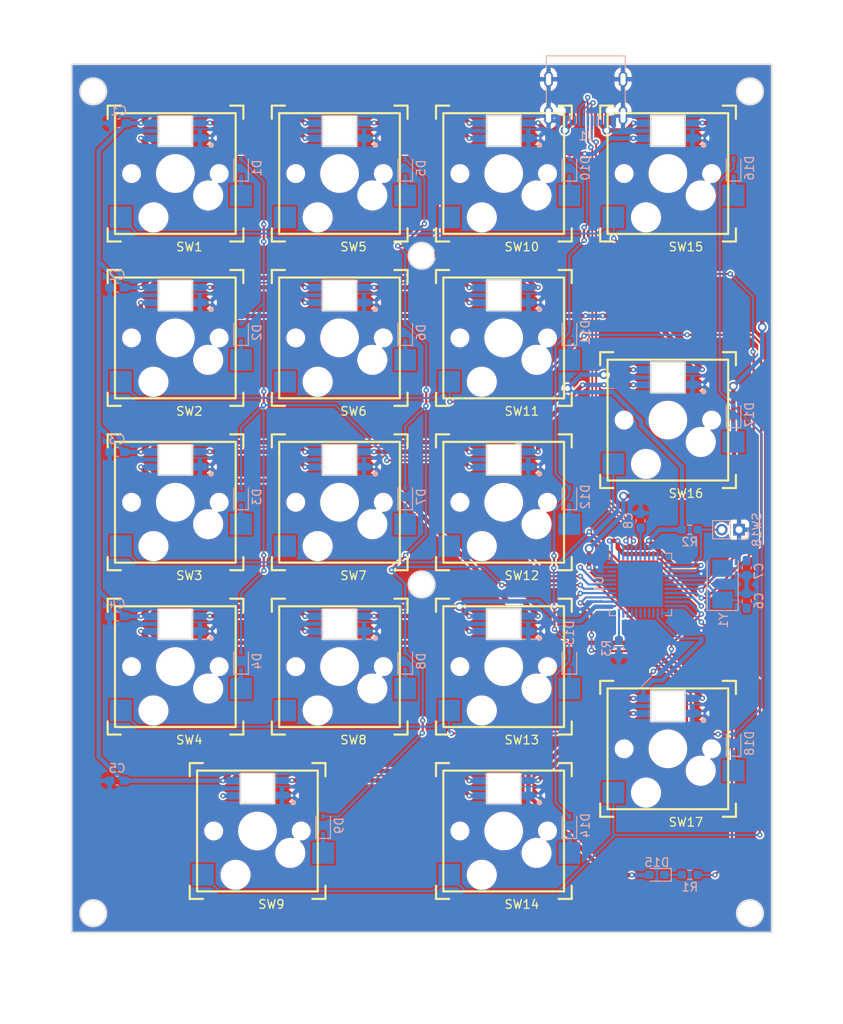
<source format=kicad_pcb>
(kicad_pcb (version 20211014) (generator pcbnew)
  (layers (0 "F.Cu" signal) (31 "B.Cu" signal) (34 "B.Paste" user) (35 "F.Paste" user) (36 "B.SilkS" user "B.Silkscreen") (37 "F.SilkS" user "F.Silkscreen") (38 "B.Mask" user) (39 "F.Mask" user) (44 "Edge.Cuts" user))
  (net 0 "")
  (net 1 "+5V")
  (net 2 "GND")
  (net 3 "Net-(C6-Pad1)")
  (net 4 "Net-(C7-Pad1)")
  (net 5 "Net-(C8-Pad2)")
  (net 6 "Net-(D1-Pad1)")
  (net 7 "/COL0")
  (net 8 "Net-(D2-Pad1)")
  (net 9 "Net-(D3-Pad1)")
  (net 10 "Net-(D4-Pad1)")
  (net 11 "Net-(D5-Pad1)")
  (net 12 "/COL1")
  (net 13 "Net-(D6-Pad1)")
  (net 14 "Net-(D7-Pad1)")
  (net 15 "Net-(D8-Pad1)")
  (net 16 "Net-(D9-Pad1)")
  (net 17 "Net-(D10-Pad1)")
  (net 18 "/COL2")
  (net 19 "Net-(D11-Pad1)")
  (net 20 "Net-(D12-Pad1)")
  (net 21 "Net-(D13-Pad1)")
  (net 22 "Net-(D14-Pad1)")
  (net 23 "Net-(D15-Pad1)")
  (net 24 "Net-(D16-Pad1)")
  (net 25 "/COL3")
  (net 26 "Net-(D17-Pad1)")
  (net 27 "Net-(D18-Pad1)")
  (net 29 "/D+")
  (net 30 "/D-")
  (net 34 "/NUMLOCK")
  (net 35 "/RESET")
  (net 36 "Net-(R3-Pad1)")
  (net 37 "Net-(SW1-PadDIN)")
  (net 38 "Net-(SW1-PadDOUT)")
  (net 39 "/ROW0")
  (net 40 "Net-(SW2-PadDIN)")
  (net 41 "Net-(SW16-PadDIN)")
  (net 42 "/ROW1")
  (net 43 "Net-(SW3-PadDIN)")
  (net 44 "Net-(SW13-PadDIN)")
  (net 45 "/ROW2")
  (net 46 "Net-(SW4-PadDIN)")
  (net 47 "Net-(SW17-PadDIN)")
  (net 48 "/ROW3")
  (net 49 "Net-(SW10-PadDOUT)")
  (net 50 "Net-(SW11-PadDOUT)")
  (net 51 "Net-(SW12-PadDOUT)")
  (net 52 "Net-(SW13-PadDOUT)")
  (net 53 "Net-(SW14-PadDOUT)")
  (net 54 "unconnected-(SW9-PadDOUT)")
  (net 55 "/ROW4")
  (net 56 "Net-(SW10-PadDIN)")
  (net 57 "Net-(SW12-PadDIN)")
  (net 58 "Net-(SW14-PadDIN)")
  (net 59 "/RGB")
  (footprint "Common_hardware:Key_WS2812" (layer "F.Cu") (at 57.15 123.825)
    (fp_text reference "SW4")
    (fp_text value "Key_WS2812")
    (fp_line (start -1.952 -3.198) (end 1.952 -3.198) (layer "Edge.Cuts") (width 0.12))
    (fp_line (start 1.952 -6.702) (end -1.952 -6.702) (layer "Edge.Cuts") (width 0.12))
    (fp_line (start 1.952 -3.198) (end 1.952 -6.702) (layer "Edge.Cuts") (width 0.12))
    (fp_line (start -1.952 -6.702) (end -1.952 -3.198) (layer "Edge.Cuts") (width 0.12))
  )
  (footprint "Common_hardware:Key_WS2812" (layer "F.Cu") (at 114.3 95.25)
    (fp_text reference "SW16")
    (fp_text value "Key_WS2812")
    (fp_line (start -1.952 -6.702) (end -1.952 -3.198) (layer "Edge.Cuts") (width 0.12))
    (fp_line (start 1.952 -3.198) (end 1.952 -6.702) (layer "Edge.Cuts") (width 0.12))
    (fp_line (start -1.952 -3.198) (end 1.952 -3.198) (layer "Edge.Cuts") (width 0.12))
    (fp_line (start 1.952 -6.702) (end -1.952 -6.702) (layer "Edge.Cuts") (width 0.12))
  )
  (footprint "Common_hardware:Key_WS2812" (layer "F.Cu") (at 95.25 123.825)
    (fp_text reference "SW13")
    (fp_text value "Key_WS2812")
    (fp_line (start 1.952 -6.702) (end -1.952 -6.702) (layer "Edge.Cuts") (width 0.12))
    (fp_line (start -1.952 -3.198) (end 1.952 -3.198) (layer "Edge.Cuts") (width 0.12))
    (fp_line (start 1.952 -3.198) (end 1.952 -6.702) (layer "Edge.Cuts") (width 0.12))
    (fp_line (start -1.952 -6.702) (end -1.952 -3.198) (layer "Edge.Cuts") (width 0.12))
  )
  (footprint "Common_hardware:Key_WS2812" (layer "F.Cu") (at 95.25 142.875)
    (fp_text reference "SW14")
    (fp_text value "Key_WS2812")
    (fp_line (start -1.952 -3.198) (end 1.952 -3.198) (layer "Edge.Cuts") (width 0.12))
    (fp_line (start 1.952 -6.702) (end -1.952 -6.702) (layer "Edge.Cuts") (width 0.12))
    (fp_line (start -1.952 -6.702) (end -1.952 -3.198) (layer "Edge.Cuts") (width 0.12))
    (fp_line (start 1.952 -3.198) (end 1.952 -6.702) (layer "Edge.Cuts") (width 0.12))
  )
  (footprint "Common_hardware:Key_WS2812" (layer "F.Cu") (at 76.2 85.725)
    (fp_text reference "SW6")
    (fp_text value "Key_WS2812")
    (fp_line (start -1.952 -3.198) (end 1.952 -3.198) (layer "Edge.Cuts") (width 0.12))
    (fp_line (start 1.952 -3.198) (end 1.952 -6.702) (layer "Edge.Cuts") (width 0.12))
    (fp_line (start 1.952 -6.702) (end -1.952 -6.702) (layer "Edge.Cuts") (width 0.12))
    (fp_line (start -1.952 -6.702) (end -1.952 -3.198) (layer "Edge.Cuts") (width 0.12))
  )
  (footprint "Common_hardware:Key_WS2812" (layer "F.Cu") (at 57.15 66.675)
    (fp_text reference "SW1")
    (fp_text value "Key_WS2812")
    (fp_line (start 1.952 -3.198) (end 1.952 -6.702) (layer "Edge.Cuts") (width 0.12))
    (fp_line (start 1.952 -6.702) (end -1.952 -6.702) (layer "Edge.Cuts") (width 0.12))
    (fp_line (start -1.952 -3.198) (end 1.952 -3.198) (layer "Edge.Cuts") (width 0.12))
    (fp_line (start -1.952 -6.702) (end -1.952 -3.198) (layer "Edge.Cuts") (width 0.12))
  )
  (footprint "Common_hardware:Key_WS2812" (layer "F.Cu") (at 95.25 66.675)
    (fp_text reference "SW10")
    (fp_text value "Key_WS2812")
    (fp_line (start -1.952 -6.702) (end -1.952 -3.198) (layer "Edge.Cuts") (width 0.12))
    (fp_line (start -1.952 -3.198) (end 1.952 -3.198) (layer "Edge.Cuts") (width 0.12))
    (fp_line (start 1.952 -3.198) (end 1.952 -6.702) (layer "Edge.Cuts") (width 0.12))
    (fp_line (start 1.952 -6.702) (end -1.952 -6.702) (layer "Edge.Cuts") (width 0.12))
  )
  (footprint "Common_hardware:Key_WS2812" (layer "F.Cu") (at 57.15 85.725)
    (fp_text reference "SW2")
    (fp_text value "Key_WS2812")
    (fp_line (start -1.952 -3.198) (end 1.952 -3.198) (layer "Edge.Cuts") (width 0.12))
    (fp_line (start -1.952 -6.702) (end -1.952 -3.198) (layer "Edge.Cuts") (width 0.12))
    (fp_line (start 1.952 -3.198) (end 1.952 -6.702) (layer "Edge.Cuts") (width 0.12))
    (fp_line (start 1.952 -6.702) (end -1.952 -6.702) (layer "Edge.Cuts") (width 0.12))
  )
  (footprint "Common_hardware:Key_WS2812" (layer "F.Cu") (at 76.2 66.675)
    (fp_text reference "SW5")
    (fp_text value "Key_WS2812")
    (fp_line (start -1.952 -3.198) (end 1.952 -3.198) (layer "Edge.Cuts") (width 0.12))
    (fp_line (start -1.952 -6.702) (end -1.952 -3.198) (layer "Edge.Cuts") (width 0.12))
    (fp_line (start 1.952 -3.198) (end 1.952 -6.702) (layer "Edge.Cuts") (width 0.12))
    (fp_line (start 1.952 -6.702) (end -1.952 -6.702) (layer "Edge.Cuts") (width 0.12))
  )
  (footprint "Common_hardware:Key_WS2812" (layer "F.Cu") (at 114.3 133.35)
    (fp_text reference "SW17")
    (fp_text value "Key_WS2812")
    (fp_line (start -1.952 -6.702) (end -1.952 -3.198) (layer "Edge.Cuts") (width 0.12))
    (fp_line (start 1.952 -3.198) (end 1.952 -6.702) (layer "Edge.Cuts") (width 0.12))
    (fp_line (start 1.952 -6.702) (end -1.952 -6.702) (layer "Edge.Cuts") (width 0.12))
    (fp_line (start -1.952 -3.198) (end 1.952 -3.198) (layer "Edge.Cuts") (width 0.12))
  )
  (footprint "Common_hardware:Key_WS2812" (layer "F.Cu") (at 57.15 104.775)
    (fp_text reference "SW3")
    (fp_text value "Key_WS2812")
    (fp_line (start 1.952 -6.702) (end -1.952 -6.702) (layer "Edge.Cuts") (width 0.12))
    (fp_line (start -1.952 -6.702) (end -1.952 -3.198) (layer "Edge.Cuts") (width 0.12))
    (fp_line (start -1.952 -3.198) (end 1.952 -3.198) (layer "Edge.Cuts") (width 0.12))
    (fp_line (start 1.952 -3.198) (end 1.952 -6.702) (layer "Edge.Cuts") (width 0.12))
  )
  (footprint "Common_hardware:Key_WS2812" (layer "F.Cu") (at 95.25 104.775)
    (fp_text reference "SW12")
    (fp_text value "Key_WS2812")
    (fp_line (start -1.952 -3.198) (end 1.952 -3.198) (layer "Edge.Cuts") (width 0.12))
    (fp_line (start -1.952 -6.702) (end -1.952 -3.198) (layer "Edge.Cuts") (width 0.12))
    (fp_line (start 1.952 -6.702) (end -1.952 -6.702) (layer "Edge.Cuts") (width 0.12))
    (fp_line (start 1.952 -3.198) (end 1.952 -6.702) (layer "Edge.Cuts") (width 0.12))
  )
  (footprint "Common_hardware:Key_WS2812" (layer "F.Cu") (at 114.3 66.675)
    (fp_text reference "SW15")
    (fp_text value "Key_WS2812")
    (fp_line (start 1.952 -6.702) (end -1.952 -6.702) (layer "Edge.Cuts") (width 0.12))
    (fp_line (start -1.952 -6.702) (end -1.952 -3.198) (layer "Edge.Cuts") (width 0.12))
    (fp_line (start 1.952 -3.198) (end 1.952 -6.702) (layer "Edge.Cuts") (width 0.12))
    (fp_line (start -1.952 -3.198) (end 1.952 -3.198) (layer "Edge.Cuts") (width 0.12))
  )
  (footprint "Common_hardware:Key_WS2812" (layer "F.Cu") (at 76.2 123.825)
    (fp_text reference "SW8")
    (fp_text value "Key_WS2812")
    (fp_line (start 1.952 -3.198) (end 1.952 -6.702) (layer "Edge.Cuts") (width 0.12))
    (fp_line (start -1.952 -6.702) (end -1.952 -3.198) (layer "Edge.Cuts") (width 0.12))
    (fp_line (start -1.952 -3.198) (end 1.952 -3.198) (layer "Edge.Cuts") (width 0.12))
    (fp_line (start 1.952 -6.702) (end -1.952 -6.702) (layer "Edge.Cuts") (width 0.12))
  )
  (footprint "Common_hardware:Key_WS2812" (layer "F.Cu") (at 76.2 104.775)
    (fp_text reference "SW7")
    (fp_text value "Key_WS2812")
    (fp_line (start 1.952 -3.198) (end 1.952 -6.702) (layer "Edge.Cuts") (width 0.12))
    (fp_line (start -1.952 -3.198) (end 1.952 -3.198) (layer "Edge.Cuts") (width 0.12))
    (fp_line (start -1.952 -6.702) (end -1.952 -3.198) (layer "Edge.Cuts") (width 0.12))
    (fp_line (start 1.952 -6.702) (end -1.952 -6.702) (layer "Edge.Cuts") (width 0.12))
  )
  (footprint "Common_hardware:Key_WS2812" (layer "F.Cu") (at 66.675 142.875)
    (fp_text reference "SW9")
    (fp_text value "Key_WS2812")
    (fp_line (start -1.952 -6.702) (end -1.952 -3.198) (layer "Edge.Cuts") (width 0.12))
    (fp_line (start 1.952 -6.702) (end -1.952 -6.702) (layer "Edge.Cuts") (width 0.12))
    (fp_line (start -1.952 -3.198) (end 1.952 -3.198) (layer "Edge.Cuts") (width 0.12))
    (fp_line (start 1.952 -3.198) (end 1.952 -6.702) (layer "Edge.Cuts") (width 0.12))
  )
  (footprint "Common_hardware:Key_WS2812" (layer "F.Cu") (at 95.25 85.725)
    (fp_text reference "SW11")
    (fp_text value "Key_WS2812")
    (fp_line (start -1.952 -6.702) (end -1.952 -3.198) (layer "Edge.Cuts") (width 0.12))
    (fp_line (start -1.952 -3.198) (end 1.952 -3.198) (layer "Edge.Cuts") (width 0.12))
    (fp_line (start 1.952 -6.702) (end -1.952 -6.702) (layer "Edge.Cuts") (width 0.12))
    (fp_line (start 1.952 -3.198) (end 1.952 -6.702) (layer "Edge.Cuts") (width 0.12))
  )
  (footprint "Capacitor_SMD:C_0603_1608Metric_Pad1.08x0.95mm_HandSolder" (layer "B.Cu") (at 50.3925 137.04 180)
    (fp_text reference "C5")
    (fp_text value "100nF")
  )
  (footprint "Capacitor_SMD:C_0603_1608Metric_Pad1.08x0.95mm_HandSolder" (layer "B.Cu") (at 111.125 106.9075 -90)
    (fp_text reference "C8")
    (fp_text value "1uF")
  )
  (footprint "Diode_SMD:D_SOD-323" (layer "B.Cu") (at 64.77 85.09 90)
    (fp_text reference "D2")
    (fp_text value "1N4148WS")
  )
  (footprint "Capacitor_SMD:C_0603_1608Metric_Pad1.08x0.95mm_HandSolder" (layer "B.Cu") (at 50.3925 79.89 180)
    (fp_text reference "C2")
    (fp_text value "100nF")
  )
  (footprint "Diode_SMD:D_SOD-323" (layer "B.Cu") (at 83.82 66.04 90)
    (fp_text reference "D5")
    (fp_text value "1N4148WS")
  )
  (footprint "Connector_PinHeader_2.00mm:PinHeader_1x02_P2.00mm_Vertical" (layer "B.Cu") (at 122.555 107.95 90)
    (fp_text reference "SW18")
    (fp_text value "SW_Push")
  )
  (footprint "Diode_SMD:D_SOD-323" (layer "B.Cu") (at 121.92 132.715 90)
    (fp_text reference "D18")
    (fp_text value "1N4148WS")
  )
  (footprint "Package_DFN_QFN:QFN-44-1EP_7x7mm_P0.5mm_EP5.2x5.2mm" (layer "B.Cu") (at 111.125 114.3 -90)
    (fp_text reference "U1")
    (fp_text value "ATmega32U4")
  )
  (footprint "Diode_SMD:D_SOD-323" (layer "B.Cu") (at 74.295 142.24 90)
    (fp_text reference "D9")
    (fp_text value "1N4148WS")
  )
  (footprint "Diode_SMD:D_SOD-323" (layer "B.Cu") (at 102.87 142.24 90)
    (fp_text reference "D14")
    (fp_text value "1N4148WS")
  )
  (footprint "Diode_SMD:D_SOD-323" (layer "B.Cu") (at 64.77 66.04 90)
    (fp_text reference "D1")
    (fp_text value "1N4148WS")
  )
  (footprint "Diode_SMD:D_SOD-323" (layer "B.Cu") (at 121.92 66.04 90)
    (fp_text reference "D16")
    (fp_text value "1N4148WS")
  )
  (footprint "Crystal:Crystal_SMD_5032-2Pin_5.0x3.2mm" (layer "B.Cu") (at 120.65 114.261667 90)
    (fp_text reference "Y1")
    (fp_text value "16MHz")
  )
  (footprint "Capacitor_SMD:C_0603_1608Metric_Pad1.08x0.95mm_HandSolder" (layer "B.Cu") (at 50.3925 117.99 180)
    (fp_text reference "C4")
    (fp_text value "100nF")
  )
  (footprint "Capacitor_SMD:C_0603_1608Metric_Pad1.08x0.95mm_HandSolder" (layer "B.Cu") (at 123.44 116.205 90)
    (fp_text reference "C6")
    (fp_text value "22pF")
  )
  (footprint "Capacitor_SMD:C_0603_1608Metric_Pad1.08x0.95mm_HandSolder" (layer "B.Cu") (at 50.3925 98.94 180)
    (fp_text reference "C3")
    (fp_text value "100nF")
  )
  (footprint "Diode_SMD:D_SOD-323" (layer "B.Cu") (at 102.87 85.09 90)
    (fp_text reference "D11")
    (fp_text value "1N4148WS")
  )
  (footprint "Diode_SMD:D_SOD-323" (layer "B.Cu") (at 64.77 123.19 90)
    (fp_text reference "D4")
    (fp_text value "1N4148WS")
  )
  (footprint "Diode_SMD:D_SOD-323" (layer "B.Cu") (at 83.82 85.09 90)
    (fp_text reference "D6")
    (fp_text value "1N4148WS")
  )
  (footprint "Diode_SMD:D_SOD-323" (layer "B.Cu") (at 102.87 123.19 90)
    (fp_text reference "D13")
    (fp_text value "1N4148WS")
  )
  (footprint "Resistor_SMD:R_0603_1608Metric_Pad0.98x0.95mm_HandSolder" (layer "B.Cu") (at 108.6104 121.6895 -90)
    (fp_text reference "R3")
    (fp_text value "10K")
  )
  (footprint "Resistor_SMD:R_0603_1608Metric_Pad0.98x0.95mm_HandSolder" (layer "B.Cu") (at 116.84 107.95)
    (fp_text reference "R2")
    (fp_text value "10K")
  )
  (footprint "Diode_SMD:D_SOD-323" (layer "B.Cu") (at 83.82 123.19 90)
    (fp_text reference "D8")
    (fp_text value "1N4148WS")
  )
  (footprint "Diode_SMD:D_SOD-323" (layer "B.Cu") (at 121.92 94.615 90)
    (fp_text reference "D17")
    (fp_text value "1N4148WS")
  )
  (footprint "Capacitor_SMD:C_0603_1608Metric_Pad1.08x0.95mm_HandSolder" (layer "B.Cu") (at 50.5725 60.84 180)
    (fp_text reference "C1")
    (fp_text value "100nF")
  )
  (footprint "Resistor_SMD:R_0603_1608Metric_Pad0.98x0.95mm_HandSolder" (layer "B.Cu") (at 116.84 147.955)
    (fp_text reference "R1")
    (fp_text value "10K")
  )
  (footprint "Connector_USB:USB_C_Receptacle_G-Switch_GT-USB-7010ASV" (layer "B.Cu") (at 104.775 56.815)
    (fp_text reference "J1")
    (fp_text value "USB")
  )
  (footprint "Diode_SMD:D_SOD-323" (layer "B.Cu") (at 83.82 104.14 90)
    (fp_text reference "D7")
    (fp_text value "1N4148WS")
  )
  (footprint "Diode_SMD:D_SOD-323" (layer "B.Cu") (at 102.87 66.04 90)
    (fp_text reference "D10")
    (fp_text value "1N4148WS")
  )
  (footprint "LED_SMD:LED_0603_1608Metric_Pad1.05x0.95mm_HandSolder" (layer "B.Cu") (at 113.03 147.955 180)
    (fp_text reference "D15")
    (fp_text value "LED")
  )
  (footprint "Diode_SMD:D_SOD-323" (layer "B.Cu") (at 102.87 104.14 90)
    (fp_text reference "D12")
    (fp_text value "1N4148WS")
  )
  (footprint "Capacitor_SMD:C_0603_1608Metric_Pad1.08x0.95mm_HandSolder" (layer "B.Cu") (at 123.44 112.395 -90)
    (fp_text reference "C7")
    (fp_text value "22pF")
  )
  (footprint "Diode_SMD:D_SOD-323" (layer "B.Cu") (at 64.77 104.14 90)
    (fp_text reference "D3")
    (fp_text value "1N4148WS")
  )
  (gr_circle (center 123.825 57.15) (end 125.325 57.15) (layer "Edge.Cuts") (width 0.1) (fill none))
  (gr_circle (center 123.825 152.4) (end 125.325 152.4) (layer "Edge.Cuts") (width 0.1) (fill none))
  (gr_circle (center 85.725 114.3) (end 87.225 114.3) (layer "Edge.Cuts") (width 0.1) (fill none))
  (gr_circle (center 85.725 76.2) (end 87.225 76.2) (layer "Edge.Cuts") (width 0.1) (fill none))
  (gr_circle (center 47.625 57.15) (end 49.125 57.15) (layer "Edge.Cuts") (width 0.1) (fill none))
  (gr_circle (center 47.625 152.4) (end 49.125 152.4) (layer "Edge.Cuts") (width 0.1) (fill none))
  (gr_rect (start 45.085 53.975) (end 126.365 154.6606) (layer "Edge.Cuts") (width 0.1) (fill none))
  (segment (start 102.374999 61.632801) (end 103.2764 60.7314) (width 0.508) (layer "F.Cu") (net 1))
  (segment (start 108.4834 110.0836) (end 109.1819 110.7821) (width 0.508) (layer "F.Cu") (net 1))
  (segment (start 90.129 59.719) (end 71.079 59.719) (width 0.508) (layer "F.Cu") (net 1))
  (segment (start 107.7398 127.515) (end 110.3 127.515) (width 0.508) (layer "F.Cu") (net 1))
  (segment (start 107.435 89.415) (end 106.8578 89.9922) (width 0.508) (layer "F.Cu") (net 1))
  (segment (start 54.271 59.719) (end 71.079 59.719) (width 0.508) (layer "F.Cu") (net 1))
  (segment (start 96.401232 97.819) (end 90.129 97.819) (width 0.508) (layer "F.Cu") (net 1))
  (segment (start 91.25 60.84) (end 90.129 59.719) (width 0.508) (layer "F.Cu") (net 1))
  (segment (start 54.271 97.819) (end 71.079 97.819) (width 0.508) (layer "F.Cu") (net 1))
  (segment (start 106.5276 61.0108) (end 106.5276 56.896) (width 0.508) (layer "F.Cu") (net 1))
  (segment (start 108.4834 109.2454) (end 108.4834 110.0836) (width 0.508) (layer "F.Cu") (net 1))
  (segment (start 53.15 60.84) (end 54.271 59.719) (width 0.508) (layer "F.Cu") (net 1))
  (segment (start 102.374999 61.660558) (end 102.374999 61.632801) (width 0.508) (layer "F.Cu") (net 1))
  (segment (start 113.6269 110.7821) (end 114.935 112.0902) (width 0.508) (layer "F.Cu") (net 1))
  (segment (start 53.15 117.99) (end 54.271 116.869) (width 0.508) (layer "F.Cu") (net 1))
  (segment (start 102.3366 57.7596) (end 92.0884 57.7596) (width 0.508) (layer "F.Cu") (net 1))
  (segment (start 90.129 78.769) (end 91.25 79.89) (width 0.508) (layer "F.Cu") (net 1))
  (segment (start 71.079 116.869) (end 90.129 116.869) (width 0.508) (layer "F.Cu") (net 1))
  (segment (start 90.129 135.919) (end 91.25 137.04) (width 0.508) (layer "F.Cu") (net 1))
  (segment (start 71.079 78.769) (end 72.2 79.89) (width 0.508) (layer "F.Cu") (net 1))
  (segment (start 98.1238 135.919) (end 99.3358 135.919) (width 0.508) (layer "F.Cu") (net 1))
  (segment (start 92.0884 57.7596) (end 90.129 59.719) (width 0.508) (layer "F.Cu") (net 1))
  (segment (start 90.129 116.869) (end 91.25 117.99) (width 0.508) (layer "F.Cu") (net 1))
  (segment (start 107.190397 61.675477) (end 109.464523 61.675477) (width 0.508) (layer "F.Cu") (net 1))
  (segment (start 98.1238 138.753953) (end 107.350247 147.9804) (width 0.508) (layer "F.Cu") (net 1))
  (segment (start 103.2764 60.7314) (end 103.2764 58.6994) (width 0.508) (layer "F.Cu") (net 1))
  (segment (start 107.5182 109.2454) (end 108.4834 109.2454) (width 0.508) (layer "F.Cu") (net 1))
  (segment (start 90.129 97.819) (end 91.25 98.94) (width 0.508) (layer "F.Cu") (net 1))
  (segment (start 90.129 135.919) (end 98.1238 135.919) (width 0.508) (layer "F.Cu") (net 1))
  (segment (start 112.0648 109.22) (end 113.6269 110.7821) (width 0.508) (layer "F.Cu") (net 1))
  (segment (start 103.759 56.3372) (end 102.3366 57.7596) (width 0.508) (layer "F.Cu") (net 1))
  (segment (start 53.15 98.94) (end 54.271 97.819) (width 0.508) (layer "F.Cu") (net 1))
  (segment (start 109.1819 110.7821) (end 113.6269 110.7821) (width 0.508) (layer "F.Cu") (net 1))
  (segment (start 54.271 116.869) (end 71.079 116.869) (width 0.508) (layer "F.Cu") (net 1))
  (segment (start 107.190397 61.673597) (end 106.5276 61.0108) (width 0.508) (layer "F.Cu") (net 1))
  (segment (start 98.1238 135.919) (end 98.1238 138.753953) (width 0.508) (layer "F.Cu") (net 1))
  (segment (start 105.9688 56.3372) (end 103.759 56.3372) (width 0.508) (layer "F.Cu") (net 1))
  (segment (start 71.079 97.819) (end 72.2 98.94) (width 0.508) (layer "F.Cu") (net 1))
  (segment (start 114.935 112.0902) (end 118.1354 112.0902) (width 0.508) (layer "F.Cu") (net 1))
  (segment (start 103.2764 58.6994) (end 102.3366 57.7596) (width 0.508) (layer "F.Cu") (net 1))
  (segment (start 63.796 135.919) (end 90.129 135.919) (width 0.508) (layer "F.Cu") (net 1))
  (segment (start 54.271 78.769) (end 71.079 78.769) (width 0.508) (layer "F.Cu") (net 1))
  (segment (start 110.3 89.415) (end 107.435 89.415) (width 0.508) (layer "F.Cu") (net 1))
  (segment (start 71.079 78.769) (end 90.129 78.769) (width 0.508) (layer "F.Cu") (net 1))
  (segment (start 107.190397 61.675477) (end 107.190397 61.673597) (width 0.508) (layer "F.Cu") (net 1))
  (segment (start 106.5276 56.896) (end 105.9688 56.3372) (width 0.508) (layer "F.Cu") (net 1))
  (segment (start 109.464523 61.675477) (end 110.3 60.84) (width 0.508) (layer "F.Cu") (net 1))
  (segment (start 71.079 97.819) (end 90.129 97.819) (width 0.508) (layer "F.Cu") (net 1))
  (segment (start 71.079 59.719) (end 72.2 60.84) (width 0.508) (layer "F.Cu") (net 1))
  (segment (start 62.675 137.04) (end 63.796 135.919) (width 0.508) (layer "F.Cu") (net 1))
  (segment (start 99.3358 135.919) (end 107.7398 127.515) (width 0.508) (layer "F.Cu") (net 1))
  (segment (start 102.647316 91.572916) (end 96.401232 97.819) (width 0.508) (layer "F.Cu") (net 1))
  (segment (start 53.15 79.89) (end 54.271 78.769) (width 0.508) (layer "F.Cu") (net 1))
  (segment (start 71.079 116.869) (end 72.2 117.99) (width 0.508) (layer "F.Cu") (net 1))
  (segment (start 107.350247 147.9804) (end 110.109 147.9804) (width 0.508) (layer "F.Cu") (net 1))
  (via (at 112.0648 109.22) (size 0.635) (drill 0.3048) (layers "F.Cu" "B.Cu") (net 1))
  (via (at 107.190397 61.675477) (size 1.016) (drill 0.6096) (layers "F.Cu" "B.Cu") (net 1))
  (via (at 106.8578 89.9922) (size 1.016) (drill 0.6096) (layers "F.Cu" "B.Cu") (net 1))
  (via (at 107.5182 109.2454) (size 0.635) (drill 0.3048) (layers "F.Cu" "B.Cu") (net 1))
  (via (at 118.1354 112.0902) (size 0.635) (drill 0.3048) (layers "F.Cu" "B.Cu") (net 1))
  (via (at 102.374999 61.660558) (size 1.016) (drill 0.6096) (layers "F.Cu" "B.Cu") (net 1))
  (via (at 108.4834 109.2454) (size 0.635) (drill 0.3048) (layers "F.Cu" "B.Cu") (net 1))
  (via (at 102.647316 91.572916) (size 1.016) (drill 0.6096) (layers "F.Cu" "B.Cu") (net 1))
  (via (at 90.129 116.869) (size 1.016) (drill 0.6096) (layers "F.Cu" "B.Cu") (net 1))
  (via (at 110.109 147.9804) (size 0.635) (drill 0.3048) (layers "F.Cu" "B.Cu") (net 1))
  (segment (start 51.435 60.84) (end 48.26 64.015) (width 0.508) (layer "B.Cu") (net 1))
  (segment (start 90.129 116.869) (end 90.7422 116.2558) (width 0.508) (layer "B.Cu") (net 1))
  (segment (start 92.4 79.89) (end 91.25 79.89) (width 0.508) (layer "B.Cu") (net 1))
  (segment (start 53.15 117.99) (end 54.3 117.99) (width 0.508) (layer "B.Cu") (net 1))
  (segment (start 91.25 117.99) (end 92.4 117.99) (width 0.508) (layer "B.Cu") (net 1))
  (segment (start 72.2 79.89) (end 73.35 79.89) (width 0.508) (layer "B.Cu") (net 1))
  (segment (start 104.228032 89.9922) (end 102.647316 91.572916) (width 0.508) (layer "B.Cu") (net 1))
  (segment (start 103.0986 92.0242) (end 102.647316 91.572916) (width 0.508) (layer "B.Cu") (net 1))
  (segment (start 51.045429 137.04) (end 51.255 137.04) (width 0.508) (layer "B.Cu") (net 1))
  (segment (start 106.8578 89.9922) (end 104.228032 89.9922) (width 0.508) (layer "B.Cu") (net 1))
  (segment (start 104.172731 118.5418) (end 105.833531 116.881) (width 0.508) (layer "B.Cu") (net 1))
  (segment (start 51.255 79.89) (end 53.15 79.89) (width 0.508) (layer "B.Cu") (net 1))
  (segment (start 114.4625 112.8) (end 117.4256 112.8) (width 0.254) (layer "B.Cu") (net 1))
  (segment (start 115.9275 107.95) (end 113.3348 107.95) (width 0.508) (layer "B.Cu") (net 1))
  (segment (start 118.1862 120.8786) (end 118.1862 120.5484) (width 0.508) (layer "B.Cu") (net 1))
  (segment (start 48.26 64.015) (end 48.26 76.895) (width 0.508) (layer "B.Cu") (net 1))
  (segment (start 112.5818 125.4252) (end 113.6396 125.4252) (width 0.508) (layer "B.Cu") (net 1))
  (segment (start 110.109 147.9804) (end 112.1296 147.9804) (width 0.508) (layer "B.Cu") (net 1))
  (segment (start 72.2 98.94) (end 73.35 98.94) (width 0.508) (layer "B.Cu") (net 1))
  (segment (start 105.833531 116.881) (end 107.7875 116.881) (width 0.508) (layer "B.Cu") (net 1))
  (segment (start 113.125 118.2304) (end 115.443 120.5484) (width 0.254) (layer "B.Cu") (net 1))
  (segment (start 91.25 98.94) (end 92.4 98.94) (width 0.508) (layer "B.Cu") (net 1))
  (segment (start 51.255 117.99) (end 53.15 117.99) (width 0.508) (layer "B.Cu") (net 1))
  (segment (start 111.1758 95.290953) (end 107.909047 92.0242) (width 0.508) (layer "B.Cu") (net 1))
  (segment (start 115.443 120.5484) (end 118.1862 120.5484) (width 0.254) (layer "B.Cu") (net 1))
  (segment (start 107.7875 111.8) (end 107.7875 109.5147) (width 0.254) (layer "B.Cu") (net 1))
  (segment (start 48.26 134.254571) (end 51.045429 137.04) (width 0.508) (layer "B.Cu") (net 1))
  (segment (start 91.25 60.84) (end 92.4 60.84) (width 0.508) (layer "B.Cu") (net 1))
  (segment (start 51.255 137.04) (end 63.825 137.04) (width 0.508) (layer "B.Cu") (net 1))
  (segment (start 51.255 98.94) (end 54.3 98.94) (width 0.508) (layer "B.Cu") (net 1))
  (segment (start 113.6396 125.4252) (end 118.1862 120.8786) (width 0.508) (layer "B.Cu") (net 1))
  (segment (start 111.45 127.515) (end 111.45 126.557) (width 0.508) (layer "B.Cu") (net 1))
  (segment (start 111.625 110.9625) (end 111.625 109.6598) (width 0.254) (layer "B.Cu") (net 1))
  (segment (start 48.26 114.995) (end 48.26 134.254571) (width 0.508) (layer "B.Cu") (net 1))
  (segment (start 107.909047 92.0242) (end 103.0986 92.0242) (width 0.508) (layer "B.Cu") (net 1))
  (segment (start 113.125 117.6375) (end 113.125 118.2304) (width 0.254) (layer "B.Cu") (net 1))
  (segment (start 48.26 76.895) (end 48.26 95.945) (width 0.508) (layer "B.Cu") (net 1))
  (segment (start 72.2 60.84) (end 73.35 60.84) (width 0.508) (layer "B.Cu") (net 1))
  (segment (start 113.125 117.6375) (end 113.125 118.2558) (width 0.254) (layer "B.Cu") (net 1))
  (segment (start 113.3348 107.95) (end 112.0648 109.22) (width 0.508) (layer "B.Cu") (net 1))
  (segment (start 107.175 61.66008) (end 107.190397 61.675477) (width 0.508) (layer "B.Cu") (net 1))
  (segment (start 109.125 109.887) (end 108.4834 109.2454) (width 0.254) (layer "B.Cu") (net 1))
  (segment (start 111.45 126.557) (end 112.5818 125.4252) (width 0.508) (layer "B.Cu") (net 1))
  (segment (start 90.7422 116.2558) (end 99.314 116.2558) (width 0.508) (layer "B.Cu") (net 1))
  (segment (start 115.9275 107.95) (end 115.9275 100.6367) (width 0.508) (layer "B.Cu") (net 1))
  (segment (start 48.26 76.895) (end 51.255 79.89) (width 0.508) (layer "B.Cu") (net 1))
  (segment (start 48.26 95.945) (end 48.26 114.995) (width 0.508) (layer "B.Cu") (net 1))
  (segment (start 99.314 116.2558) (end 101.6 118.5418) (width 0.508) (layer "B.Cu") (net 1))
  (segment (start 112.1296 147.9804) (end 112.155 147.955) (width 0.508) (layer "B.Cu") (net 1))
  (segment (start 111.45 60.84) (end 110.3 60.84) (width 0.508) (layer "B.Cu") (net 1))
  (segment (start 102.375 60.54) (end 102.374999 61.660558) (width 0.508) (layer "B.Cu") (net 1))
  (segment (start 51.435 60.84) (end 54.3 60.84) (width 0.508) (layer "B.Cu") (net 1))
  (segment (start 110.3 127.515) (end 111.45 127.515) (width 0.508) (layer "B.Cu") (net 1))
  (segment (start 111.625 109.6598) (end 112.0648 109.22) (width 0.254) (layer "B.Cu") (net 1))
  (segment (start 107.175 60.54) (end 107.175 61.66008) (width 0.508) (layer "B.Cu") (net 1))
  (segment (start 107.7875 109.5147) (end 107.5182 109.2454) (width 0.254) (layer "B.Cu") (net 1))
  (segment (start 101.6 118.5418) (end 104.172731 118.5418) (width 0.508) (layer "B.Cu") (net 1))
  (segment (start 48.26 95.945) (end 51.255 98.94) (width 0.508) (layer "B.Cu") (net 1))
  (segment (start 117.4256 112.8) (end 118.1354 112.0902) (width 0.254) (layer "B.Cu") (net 1))
  (segment (start 48.26 114.995) (end 51.255 117.99) (width 0.508) (layer "B.Cu") (net 1))
  (segment (start 115.9275 100.6367) (end 111.1758 95.885) (width 0.508) (layer "B.Cu") (net 1))
  (segment (start 111.1758 95.885) (end 111.1758 95.290953) (width 0.508) (layer "B.Cu") (net 1))
  (segment (start 110.3 89.415) (end 111.45 89.415) (width 0.508) (layer "B.Cu") (net 1))
  (segment (start 91.25 137.04) (end 92.4 137.04) (width 0.508) (layer "B.Cu") (net 1))
  (segment (start 53.15 79.89) (end 54.3 79.89) (width 0.508) (layer "B.Cu") (net 1))
  (segment (start 109.125 110.9625) (end 109.125 109.887) (width 0.254) (layer "B.Cu") (net 1))
  (segment (start 72.2 117.99) (end 73.35 117.99) (width 0.508) (layer "B.Cu") (net 1))
  (via (at 104.14 117.483465) (size 0.635) (drill 0.3048) (layers "F.Cu" "B.Cu") (net 2))
  (via (at 106.0704 112.2934) (size 0.635) (drill 0.3048) (layers "F.Cu" "B.Cu") (net 2))
  (via (at 118.1608 113.0554) (size 0.635) (drill 0.3048) (layers "F.Cu" "B.Cu") (net 2))
  (via (at 118.1862 119.634) (size 0.635) (drill 0.3048) (layers "F.Cu" "B.Cu") (net 2))
  (segment (start 114.4625 113.3) (end 112.125 113.3) (width 0.254) (layer "B.Cu") (net 2))
  (segment (start 118.3 91.14) (end 117.15 91.14) (width 0.508) (layer "B.Cu") (net 2))
  (segment (start 107.7875 116.3) (end 109.125 116.3) (width 0.254) (layer "B.Cu") (net 2))
  (segment (start 99.25 100.665) (end 98.1 100.665) (width 0.508) (layer "B.Cu") (net 2))
  (segment (start 107.7875 112.3) (end 109.125 112.3) (width 0.254) (layer "B.Cu") (net 2))
  (segment (start 79.05 62.565) (end 80.2 62.565) (width 0.508) (layer "B.Cu") (net 2))
  (segment (start 99.25 138.765) (end 98.1 138.765) (width 0.508) (layer "B.Cu") (net 2))
  (segment (start 61.15 81.615) (end 60 81.615) (width 0.508) (layer "B.Cu") (net 2))
  (segment (start 116.1897 117.6375) (end 118.1608 119.6086) (width 0.254) (layer "B.Cu") (net 2))
  (segment (start 109.125 116.3) (end 111.125 114.3) (width 0.254) (layer "B.Cu") (net 2))
  (segment (start 117.15 62.565) (end 118.3 62.565) (width 0.508) (layer "B.Cu") (net 2))
  (segment (start 80.2 81.615) (end 79.05 81.615) (width 0.508) (layer "B.Cu") (net 2))
  (segment (start 107.7875 116.3) (end 105.323465 116.3) (width 0.254) (layer "B.Cu") (net 2))
  (segment (start 80.2 119.715) (end 79.05 119.715) (width 0.508) (layer "B.Cu") (net 2))
  (segment (start 112.125 113.3) (end 111.125 114.3) (width 0.254) (layer "B.Cu") (net 2))
  (segment (start 113.625 117.6375) (end 116.1897 117.6375) (width 0.254) (layer "B.Cu") (net 2))
  (segment (start 118.3 129.24) (end 117.15 129.24) (width 0.508) (layer "B.Cu") (net 2))
  (segment (start 107.7875 112.3) (end 106.077 112.3) (width 0.254) (layer "B.Cu") (net 2))
  (segment (start 61.15 100.665) (end 60 100.665) (width 0.508) (layer "B.Cu") (net 2))
  (segment (start 110.625 113.8) (end 111.125 114.3) (width 0.254) (layer "B.Cu") (net 2))
  (segment (start 80.2 100.665) (end 79.05 100.665) (width 0.508) (layer "B.Cu") (net 2))
  (segment (start 60 62.565) (end 61.15 62.565) (width 0.508) (layer "B.Cu") (net 2))
  (segment (start 99.25 119.715) (end 98.1 119.715) (width 0.508) (layer "B.Cu") (net 2))
  (segment (start 98.1 62.565) (end 99.25 62.565) (width 0.508) (layer "B.Cu") (net 2))
  (segment (start 109.125 112.3) (end 111.125 114.3) (width 0.254) (layer "B.Cu") (net 2))
  (segment (start 110.625 110.9625) (end 110.625 113.8) (width 0.254) (layer "B.Cu") (net 2))
  (segment (start 99.25 81.615) (end 98.1 81.615) (width 0.508) (layer "B.Cu") (net 2))
  (segment (start 61.15 119.715) (end 60 119.715) (width 0.508) (layer "B.Cu") (net 2))
  (segment (start 117.9162 113.3) (end 118.1608 113.0554) (width 0.254) (layer "B.Cu") (net 2))
  (segment (start 106.077 112.3) (end 106.0704 112.2934) (width 0.254) (layer "B.Cu") (net 2))
  (segment (start 70.675 138.765) (end 69.525 138.765) (width 0.508) (layer "B.Cu") (net 2))
  (segment (start 114.4625 113.3) (end 117.9162 113.3) (width 0.254) (layer "B.Cu") (net 2))
  (segment (start 105.323465 116.3) (end 104.14 117.483465) (width 0.254) (layer "B.Cu") (net 2))
  (segment (start 120.65 116.111667) (end 122.484167 116.111667) (width 0.254) (layer "B.Cu") (net 3))
  (segment (start 114.4625 114.3) (end 118.838333 114.3) (width 0.254) (layer "B.Cu") (net 3))
  (segment (start 122.484167 116.111667) (end 123.44 117.0675) (width 0.254) (layer "B.Cu") (net 3))
  (segment (start 118.838333 114.3) (end 120.65 116.111667) (width 0.254) (layer "B.Cu") (net 3))
  (segment (start 114.4625 113.8) (end 119.261667 113.8) (width 0.254) (layer "B.Cu") (net 4))
  (segment (start 119.261667 113.8) (end 120.65 112.411667) (width 0.254) (layer "B.Cu") (net 4))
  (segment (start 122.560833 112.411667) (end 123.44 111.5325) (width 0.254) (layer "B.Cu") (net 4))
  (segment (start 120.65 112.411667) (end 122.560833 112.411667) (width 0.254) (layer "B.Cu") (net 4))
  (segment (start 111.125 110.9625) (end 111.125 107.77) (width 0.254) (layer "B.Cu") (net 5))
  (segment (start 64.77 67.09) (end 64.77 69.215) (width 0.508) (layer "B.Cu") (net 6))
  (segment (start 87.053842 99.9236) (end 81.6864 99.9236) (width 0.254) (layer "F.Cu") (net 7))
  (segment (start 67.4116 91.9226) (end 67.4116 93.4974) (width 0.254) (layer "F.Cu") (net 7))
  (segment (start 104.14 113.351733) (end 100.448533 113.351733) (width 0.254) (layer "F.Cu") (net 7))
  (segment (start 67.4116 72.5678) (end 67.4116 74.549) (width 0.254) (layer "F.Cu") (net 7))
  (segment (start 67.4116 112.6744) (end 67.437 112.6998) (width 0.254) (layer "F.Cu") (net 7))
  (segment (start 100.448533 113.351733) (end 91.397001 104.300201) (width 0.254) (layer "F.Cu") (net 7))
  (segment (start 91.397001 104.266759) (end 87.053842 99.9236) (width 0.254) (layer "F.Cu") (net 7))
  (segment (start 67.4116 93.4974) (end 67.3862 93.5228) (width 0.254) (layer "F.Cu") (net 7))
  (segment (start 67.4116 110.9218) (end 67.4116 112.6744) (width 0.254) (layer "F.Cu") (net 7))
  (segment (start 91.397001 104.300201) (end 91.397001 104.266759) (width 0.254) (layer "F.Cu") (net 7))
  (via (at 67.4116 110.9218) (size 0.635) (drill 0.3048) (layers "F.Cu" "B.Cu") (net 7))
  (via (at 67.4116 74.549) (size 0.635) (drill 0.3048) (layers "F.Cu" "B.Cu") (net 7))
  (via (at 67.4116 91.9226) (size 0.635) (drill 0.3048) (layers "F.Cu" "B.Cu") (net 7))
  (via (at 67.437 112.6998) (size 0.635) (drill 0.3048) (layers "F.Cu" "B.Cu") (net 7))
  (via (at 67.3862 93.5228) (size 0.635) (drill 0.3048) (layers "F.Cu" "B.Cu") (net 7))
  (via (at 81.6864 99.9236) (size 0.635) (drill 0.3048) (layers "F.Cu" "B.Cu") (net 7))
  (via (at 67.4116 72.5678) (size 0.635) (drill 0.3048) (layers "F.Cu" "B.Cu") (net 7))
  (via (at 104.14 113.351733) (size 0.635) (drill 0.3048) (layers "F.Cu" "B.Cu") (net 7))
  (segment (start 67.3862 93.5228) (end 64.77 96.139) (width 0.254) (layer "B.Cu") (net 7))
  (segment (start 65.0072 84.04) (end 64.77 84.04) (width 0.254) (layer "B.Cu") (net 7))
  (segment (start 67.4116 81.6356) (end 67.4116 91.9226) (width 0.254) (layer "B.Cu") (net 7))
  (segment (start 75.719261 93.5228) (end 67.3862 93.5228) (width 0.254) (layer "B.Cu") (net 7))
  (segment (start 107.7875 114.3) (end 105.088267 114.3) (width 0.254) (layer "B.Cu") (net 7))
  (segment (start 67.437 112.6998) (end 64.77 115.3668) (width 0.254) (layer "B.Cu") (net 7))
  (segment (start 67.3862 110.8964) (end 67.4116 110.9218) (width 0.254) (layer "B.Cu") (net 7))
  (segment (start 64.77 115.3668) (end 64.77 122.14) (width 0.254) (layer "B.Cu") (net 7))
  (segment (start 105.088267 114.3) (end 104.14 113.351733) (width 0.254) (layer "B.Cu") (net 7))
  (segment (start 64.77 64.99) (end 67.4116 67.6316) (width 0.254) (layer "B.Cu") (net 7))
  (segment (start 67.4116 81.6356) (end 65.0072 84.04) (width 0.254) (layer "B.Cu") (net 7))
  (segment (start 81.6864 99.9236) (end 81.6864 99.489939) (width 0.254) (layer "B.Cu") (net 7))
  (segment (start 67.4116 74.549) (end 67.4116 81.6356) (width 0.254) (layer "B.Cu") (net 7))
  (segment (start 64.77 96.139) (end 64.77 103.09) (width 0.254) (layer "B.Cu") (net 7))
  (segment (start 67.3862 93.5228) (end 67.3862 110.8964) (width 0.254) (layer "B.Cu") (net 7))
  (segment (start 67.4116 67.6316) (end 67.4116 72.5678) (width 0.254) (layer "B.Cu") (net 7))
  (segment (start 81.6864 99.489939) (end 75.719261 93.5228) (width 0.254) (layer "B.Cu") (net 7))
  (segment (start 64.77 86.14) (end 64.77 88.265) (width 0.508) (layer "B.Cu") (net 8))
  (segment (start 64.77 105.19) (end 64.77 107.315) (width 0.508) (layer "B.Cu") (net 9))
  (segment (start 64.77 124.24) (end 64.77 126.365) (width 0.508) (layer "B.Cu") (net 10))
  (segment (start 83.82 67.09) (end 83.82 69.215) (width 0.508) (layer "B.Cu") (net 11))
  (segment (start 82.2198 112.5728) (end 82.2198 112.6236) (width 0.254) (layer "F.Cu") (net 12))
  (segment (start 86.2584 93.5736) (end 86.233 93.599) (width 0.254) (layer "F.Cu") (net 12))
  (segment (start 86.2584 91.7956) (end 86.2584 93.5736) (width 0.254) (layer "F.Cu") (net 12))
  (segment (start 85.852 131.4704) (end 85.8012 131.5212) (width 0.254) (layer "F.Cu") (net 12))
  (segment (start 85.852 130.0734) (end 85.852 131.4704) (width 0.254) (layer "F.Cu") (net 12))
  (segment (start 83.8708 110.9218) (end 82.2198 112.5728) (width 0.254) (layer "F.Cu") (net 12))
  (segment (start 86.0552 72.4916) (end 83.4898 75.057) (width 0.254) (layer "F.Cu") (net 12))
  (segment (start 83.4898 75.057) (end 82.9564 75.057) (width 0.254) (layer "F.Cu") (net 12))
  (segment (start 95.038334 114.384666) (end 104.14 114.384666) (width 0.254) (layer "F.Cu") (net 12))
  (via (at 85.8012 131.5212) (size 0.635) (drill 0.3048) (layers "F.Cu" "B.Cu") (net 12))
  (via (at 82.2198 112.6236) (size 0.635) (drill 0.3048) (layers "F.Cu" "B.Cu") (net 12))
  (via (at 82.9564 75.057) (size 0.635) (drill 0.3048) (layers "F.Cu" "B.Cu") (net 12))
  (via (at 86.0552 72.4916) (size 0.635) (drill 0.3048) (layers "F.Cu" "B.Cu") (net 12))
  (via (at 83.8708 110.9218) (size 0.635) (drill 0.3048) (layers "F.Cu" "B.Cu") (net 12))
  (via (at 85.852 130.0734) (size 0.635) (drill 0.3048) (layers "F.Cu" "B.Cu") (net 12))
  (via (at 95.038334 114.384666) (size 0.635) (drill 0.3048) (layers "F.Cu" "B.Cu") (net 12))
  (via (at 104.14 114.384666) (size 0.635) (drill 0.3048) (layers "F.Cu" "B.Cu") (net 12))
  (via (at 86.2584 91.7956) (size 0.635) (drill 0.3048) (layers "F.Cu" "B.Cu") (net 12))
  (via (at 86.233 93.599) (size 0.635) (drill 0.3048) (layers "F.Cu" "B.Cu") (net 12))
  (segment (start 86.233 93.599) (end 83.82 96.012) (width 0.254) (layer "B.Cu") (net 12))
  (segment (start 85.852 124.172) (end 85.852 130.0734) (width 0.254) (layer "B.Cu") (net 12))
  (segment (start 85.8012 131.5212) (end 76.1324 141.19) (width 0.254) (layer "B.Cu") (net 12))
  (segment (start 76.1324 141.19) (end 74.295 141.19) (width 0.254) (layer "B.Cu") (net 12))
  (segment (start 83.82 84.04) (end 86.2584 86.4784) (width 0.254) (layer "B.Cu") (net 12))
  (segment (start 86.0552 67.2252) (end 86.0552 72.4916) (width 0.254) (layer "B.Cu") (net 12))
  (segment (start 92.8878 112.268) (end 82.5754 112.268) (width 0.254) (layer "B.Cu") (net 12))
  (segment (start 107.7875 114.8) (end 104.555334 114.8) (width 0.254) (layer "B.Cu") (net 12))
  (segment (start 86.233 108.5596) (end 83.8708 110.9218) (width 0.254) (layer "B.Cu") (net 12))
  (segment (start 82.2198 112.6236) (end 83.82 114.2238) (width 0.254) (layer "B.Cu") (net 12))
  (segment (start 86.2584 86.4784) (end 86.2584 91.7956) (width 0.254) (layer "B.Cu") (net 12))
  (segment (start 83.82 114.2238) (end 83.82 122.14) (width 0.254) (layer "B.Cu") (net 12))
  (segment (start 95.038334 114.384666) (end 95.004466 114.384666) (width 0.254) (layer "B.Cu") (net 12))
  (segment (start 95.004466 114.384666) (end 92.8878 112.268) (width 0.254) (layer "B.Cu") (net 12))
  (segment (start 86.233 93.599) (end 86.233 108.5596) (width 0.254) (layer "B.Cu") (net 12))
  (segment (start 83.82 75.9206) (end 83.82 84.04) (width 0.254) (layer "B.Cu") (net 12))
  (segment (start 82.9564 75.057) (end 83.82 75.9206) (width 0.254) (layer "B.Cu") (net 12))
  (segment (start 82.5754 112.268) (end 82.2198 112.6236) (width 0.254) (layer "B.Cu") (net 12))
  (segment (start 83.82 122.14) (end 85.852 124.172) (width 0.254) (layer "B.Cu") (net 12))
  (segment (start 83.82 64.99) (end 86.0552 67.2252) (width 0.254) (layer "B.Cu") (net 12))
  (segment (start 104.555334 114.8) (end 104.14 114.384666) (width 0.254) (layer "B.Cu") (net 12))
  (segment (start 83.82 96.012) (end 83.82 103.09) (width 0.254) (layer "B.Cu") (net 12))
  (segment (start 83.82 86.14) (end 83.82 88.265) (width 0.508) (layer "B.Cu") (net 13))
  (segment (start 83.82 105.19) (end 83.82 107.315) (width 0.508) (layer "B.Cu") (net 14))
  (segment (start 83.82 124.24) (end 83.82 126.365) (width 0.508) (layer "B.Cu") (net 15))
  (segment (start 74.295 143.29) (end 74.295 145.415) (width 0.508) (layer "B.Cu") (net 16))
  (segment (start 102.87 67.09) (end 102.87 69.215) (width 0.508) (layer "B.Cu") (net 17))
  (segment (start 101.092 110.9726) (end 101.092 112.350601) (width 0.254) (layer "F.Cu") (net 18))
  (segment (start 104.5718 72.9234) (end 104.5718 74.3966) (width 0.254) (layer "F.Cu") (net 18))
  (segment (start 102.5652 116.9162) (end 101.1428 116.9162) (width 0.254) (layer "F.Cu") (net 18))
  (segment (start 101.092 112.350601) (end 101.0666 112.376001) (width 0.254) (layer "F.Cu") (net 18))
  (segment (start 104.14 115.3414) (end 102.5652 116.9162) (width 0.254) (layer "F.Cu") (net 18))
  (segment (start 104.5718 74.3966) (end 104.5972 74.422) (width 0.254) (layer "F.Cu") (net 18))
  (segment (start 101.1428 116.9162) (end 101.1428 119.4816) (width 0.254) (layer "F.Cu") (net 18))
  (via (at 104.5972 74.422) (size 0.635) (drill 0.3048) (layers "F.Cu" "B.Cu") (net 18))
  (via (at 104.5718 72.9234) (size 0.635) (drill 0.3048) (layers "F.Cu" "B.Cu") (net 18))
  (via (at 101.0666 112.376001) (size 0.635) (drill 0.3048) (layers "F.Cu" "B.Cu") (net 18))
  (via (at 104.14 115.3414) (size 0.635) (drill 0.3048) (layers "F.Cu" "B.Cu") (net 18))
  (via (at 101.092 110.9726) (size 0.635) (drill 0.3048) (layers "F.Cu" "B.Cu") (net 18))
  (via (at 101.1428 116.9162) (size 0.635) (drill 0.3048) (layers "F.Cu" "B.Cu") (net 18))
  (via (at 101.1428 119.4816) (size 0.635) (drill 0.3048) (layers "F.Cu" "B.Cu") (net 18))
  (segment (start 102.87 76.1492) (end 102.87 84.04) (width 0.254) (layer "B.Cu") (net 18))
  (segment (start 101.1428 119.4816) (end 102.87 121.2088) (width 0.254) (layer "B.Cu") (net 18))
  (segment (start 102.87 103.970242) (end 101.092 105.748242) (width 0.254) (layer "B.Cu") (net 18))
  (segment (start 104.902 66.8782) (end 104.902 72.5932) (width 0.254) (layer "B.Cu") (net 18))
  (segment (start 101.0666 116.84) (end 101.1428 116.9162) (width 0.254) (layer "B.Cu") (net 18))
  (segment (start 101.268 86.688) (end 101.268 101.488) (width 0.254) (layer "B.Cu") (net 18))
  (segment (start 102.87 121.2088) (end 102.87 122.14) (width 0.254) (layer "B.Cu") (net 18))
  (segment (start 102.87 64.99) (end 103.0138 64.99) (width 0.254) (layer "B.Cu") (net 18))
  (segment (start 102.87 85.086) (end 101.268 86.688) (width 0.254) (layer "B.Cu") (net 18))
  (segment (start 104.5972 74.422) (end 102.87 76.1492) (width 0.254) (layer "B.Cu") (net 18))
  (segment (start 102.87 84.04) (end 102.87 85.086) (width 0.254) (layer "B.Cu") (net 18))
  (segment (start 101.0666 112.376001) (end 101.0666 116.84) (width 0.254) (layer "B.Cu") (net 18))
  (segment (start 101.268 101.488) (end 102.87 103.09) (width 0.254) (layer "B.Cu") (net 18))
  (segment (start 103.0138 64.99) (end 104.902 66.8782) (width 0.254) (layer "B.Cu") (net 18))
  (segment (start 104.1814 115.3) (end 107.7875 115.3) (width 0.254) (layer "B.Cu") (net 18))
  (segment (start 102.87 122.14) (end 102.87 123.186) (width 0.254) (layer "B.Cu") (net 18))
  (segment (start 101.092 105.748242) (end 101.092 110.9726) (width 0.254) (layer "B.Cu") (net 18))
  (segment (start 102.87 103.09) (end 102.87 103.970242) (width 0.254) (layer "B.Cu") (net 18))
  (segment (start 101.268 124.788) (end 101.268 139.588) (width 0.254) (layer "B.Cu") (net 18))
  (segment (start 101.268 139.588) (end 102.87 141.19) (width 0.254) (layer "B.Cu") (net 18))
  (segment (start 104.902 72.5932) (end 104.5718 72.9234) (width 0.254) (layer "B.Cu") (net 18))
  (segment (start 104.14 115.3414) (end 104.1814 115.3) (width 0.254) (layer "B.Cu") (net 18))
  (segment (start 102.87 123.186) (end 101.268 124.788) (width 0.254) (layer "B.Cu") (net 18))
  (segment (start 102.87 86.14) (end 102.87 88.265) (width 0.508) (layer "B.Cu") (net 19))
  (segment (start 102.87 105.19) (end 102.87 107.315) (width 0.508) (layer "B.Cu") (net 20))
  (segment (start 102.87 124.24) (end 102.87 126.365) (width 0.508) (layer "B.Cu") (net 21))
  (segment (start 102.87 143.29) (end 102.87 145.415) (width 0.508) (layer "B.Cu") (net 22))
  (segment (start 115.9275 147.955) (end 113.905 147.955) (width 0.254) (layer "B.Cu") (net 23))
  (segment (start 121.92 67.09) (end 121.92 69.215) (width 0.508) (layer "B.Cu") (net 24))
  (segment (start 104.14 116.450532) (end 104.410932 116.450532) (width 0.254) (layer "F.Cu") (net 25))
  (segment (start 105.1306 117.1702) (end 105.4354 117.475) (width 0.254) (layer "F.Cu") (net 25))
  (segment (start 104.410932 116.450532) (end 105.1306 117.1702) (width 0.254) (layer "F.Cu") (net 25))
  (segment (start 112.060742 122.0724) (end 116.967 126.978658) (width 0.254) (layer "F.Cu") (net 25))
  (segment (start 116.967 126.978658) (end 116.967 131.2926) (width 0.254) (layer "F.Cu") (net 25))
  (segment (start 110.617 122.0724) (end 112.060742 122.0724) (width 0.254) (layer "F.Cu") (net 25))
  (segment (start 105.4227 121.9327) (end 105.5116 122.0216) (width 0.254) (layer "F.Cu") (net 25))
  (segment (start 116.967 131.2926) (end 117.3226 131.6482) (width 0.254) (layer "F.Cu") (net 25))
  (segment (start 117.3226 131.6482) (end 120.1166 131.6482) (width 0.254) (layer "F.Cu") (net 25))
  (segment (start 105.5116 122.0216) (end 110.5662 122.0216) (width 0.254) (layer "F.Cu") (net 25))
  (segment (start 110.5662 122.0216) (end 110.617 122.0724) (width 0.254) (layer "F.Cu") (net 25))
  (segment (start 105.4354 117.475) (end 105.4354 120.1674) (width 0.254) (layer "F.Cu") (net 25))
  (via (at 105.4354 120.1674) (size 0.635) (drill 0.3048) (layers "F.Cu" "B.Cu") (net 25))
  (via (at 105.4227 121.9327) (size 0.635) (drill 0.3048) (layers "F.Cu" "B.Cu") (net 25))
  (via (at 104.14 116.450532) (size 0.635) (drill 0.3048) (layers "F.Cu" "B.Cu") (net 25))
  (via (at 120.1166 131.6482) (size 0.635) (drill 0.3048) (layers "F.Cu" "B.Cu") (net 25))
  (segment (start 120.318 91.963) (end 121.92 93.565) (width 0.254) (layer "B.Cu") (net 25))
  (segment (start 122.0556 131.665) (end 121.92 131.665) (width 0.254) (layer "B.Cu") (net 25))
  (segment (start 121.92 93.565) (end 125.1966 96.8416) (width 0.254) (layer "B.Cu") (net 25))
  (segment (start 120.318 67.638) (end 120.318 91.963) (width 0.254) (layer "B.Cu") (net 25))
  (segment (start 125.1966 128.524) (end 122.0556 131.665) (width 0.254) (layer "B.Cu") (net 25))
  (segment (start 121.92 64.99) (end 121.92 66.036) (width 0.254) (layer "B.Cu") (net 25))
  (segment (start 121.9032 131.6482) (end 121.92 131.665) (width 0.254) (layer "B.Cu") (net 25))
  (segment (start 104.790532 115.8) (end 104.14 116.450532) (width 0.254) (layer "B.Cu") (net 25))
  (segment (start 107.7875 115.8) (end 104.790532 115.8) (width 0.254) (layer "B.Cu") (net 25))
  (segment (start 125.1966 96.8416) (end 125.1966 128.524) (width 0.254) (layer "B.Cu") (net 25))
  (segment (start 105.4354 121.92) (end 105.4354 120.1674) (width 0.254) (layer "B.Cu") (net 25))
  (segment (start 121.92 66.036) (end 120.318 67.638) (width 0.254) (layer "B.Cu") (net 25))
  (segment (start 120.1166 131.6482) (end 121.9032 131.6482) (width 0.254) (layer "B.Cu") (net 25))
  (segment (start 105.4227 121.9327) (end 105.4354 121.92) (width 0.254) (layer "B.Cu") (net 25))
  (segment (start 121.92 95.665) (end 121.92 97.79) (width 0.508) (layer "B.Cu") (net 26))
  (segment (start 121.92 133.765) (end 121.92 135.89) (width 0.508) (layer "B.Cu") (net 27))
  (segment (start 105.621295 58.478895) (end 105.445506 58.654684) (width 0.2) (layer "F.Cu") (net 29))
  (segment (start 105.445506 58.654684) (end 105.445506 62.785507) (width 0.2) (layer "F.Cu") (net 29))
  (segment (start 105.669304 63.009305) (end 105.976895 63.009305) (width 0.2) (layer "F.Cu") (net 29))
  (segment (start 105.976895 63.009305) (end 105.976895 103.169495) (width 0.2) (layer "F.Cu") (net 29))
  (segment (start 105.976895 103.169495) (end 110.100001 107.292601) (width 0.2) (layer "F.Cu") (net 29))
  (segment (start 105.445506 62.785507) (end 105.669304 63.009305) (width 0.2) (layer "F.Cu") (net 29))
  (segment (start 110.100001 109.027901) (end 110.3175 109.2454) (width 0.2) (layer "F.Cu") (net 29))
  (segment (start 110.100001 107.292601) (end 110.100001 109.027901) (width 0.2) (layer "F.Cu") (net 29))
  (via (at 105.976895 63.009305) (size 0.635) (drill 0.3048) (layers "F.Cu" "B.Cu") (net 29))
  (via (at 105.621295 58.478895) (size 0.635) (drill 0.3048) (layers "F.Cu" "B.Cu") (net 29))
  (via (at 110.3175 109.2454) (size 0.635) (drill 0.3048) (layers "F.Cu" "B.Cu") (net 29))
  (segment (start 104.5 59.584999) (end 104.5 59.292599) (width 0.2) (layer "B.Cu") (net 29))
  (segment (start 110.125 110.9625) (end 110.100001 110.937501) (width 0.2) (layer "B.Cu") (net 29))
  (segment (start 105.5 62.840001) (end 105.5 61.495001) (width 0.2) (layer "B.Cu") (net 29))
  (segment (start 104.525 60.54) (end 104.525 59.609999) (width 0.2) (layer "B.Cu") (net 29))
  (segment (start 105.669304 63.009305) (end 105.5 62.840001) (width 0.2) (layer "B.Cu") (net 29))
  (segment (start 104.5 59.292599) (end 105.313704 58.478895) (width 0.2) (layer "B.Cu") (net 29))
  (segment (start 104.525 59.609999) (end 104.5 59.584999) (width 0.2) (layer "B.Cu") (net 29))
  (segment (start 105.525 61.470001) (end 105.525 60.54) (width 0.2) (layer "B.Cu") (net 29))
  (segment (start 105.5 61.495001) (end 105.525 61.470001) (width 0.2) (layer "B.Cu") (net 29))
  (segment (start 105.976895 63.009305) (end 105.669304 63.009305) (width 0.2) (layer "B.Cu") (net 29))
  (segment (start 105.313704 58.478895) (end 105.621295 58.478895) (width 0.2) (layer "B.Cu") (net 29))
  (segment (start 110.100001 110.937501) (end 110.100001 109.462899) (width 0.2) (layer "B.Cu") (net 29))
  (segment (start 110.100001 109.462899) (end 110.3175 109.2454) (width 0.2) (layer "B.Cu") (net 29))
  (segment (start 105.351105 63.635095) (end 105.526894 63.810884) (width 0.2) (layer "F.Cu") (net 30))
  (segment (start 104.995505 62.971904) (end 105.351105 63.327504) (width 0.2) (layer "F.Cu") (net 30))
  (segment (start 109.649999 107.478999) (end 109.649999 109.027901) (width 0.2) (layer "F.Cu") (net 30))
  (segment (start 105.351105 63.327504) (end 105.351105 63.635095) (width 0.2) (layer "F.Cu") (net 30))
  (segment (start 104.995505 57.853105) (end 104.995505 62.971904) (width 0.2) (layer "F.Cu") (net 30))
  (segment (start 105.526894 103.355894) (end 109.649999 107.478999) (width 0.2) (layer "F.Cu") (net 30))
  (segment (start 109.649999 109.027901) (end 109.4325 109.2454) (width 0.2) (layer "F.Cu") (net 30))
  (segment (start 105.526894 63.810884) (end 105.526894 103.355894) (width 0.2) (layer "F.Cu") (net 30))
  (via (at 109.4325 109.2454) (size 0.635) (drill 0.3048) (layers "F.Cu" "B.Cu") (net 30))
  (via (at 105.351105 63.635095) (size 0.635) (drill 0.3048) (layers "F.Cu" "B.Cu") (net 30))
  (via (at 104.995505 57.853105) (size 0.635) (drill 0.3048) (layers "F.Cu" "B.Cu") (net 30))
  (segment (start 109.649999 109.462899) (end 109.4325 109.2454) (width 0.2) (layer "B.Cu") (net 30))
  (segment (start 104.995505 58.160696) (end 104.995505 57.853105) (width 0.2) (layer "B.Cu") (net 30))
  (segment (start 105.05 61.495001) (end 105.025 61.470001) (width 0.2) (layer "B.Cu") (net 30))
  (segment (start 104.05 59.106201) (end 104.995505 58.160696) (width 0.2) (layer "B.Cu") (net 30))
  (segment (start 104.025 60.54) (end 104.025 59.609999) (width 0.2) (layer "B.Cu") (net 30))
  (segment (start 104.05 59.584999) (end 104.05 59.106201) (width 0.2) (layer "B.Cu") (net 30))
  (segment (start 105.05 63.026399) (end 105.05 61.495001) (width 0.2) (layer "B.Cu") (net 30))
  (segment (start 105.351105 63.327504) (end 105.05 63.026399) (width 0.2) (layer "B.Cu") (net 30))
  (segment (start 105.025 61.470001) (end 105.025 60.54) (width 0.2) (layer "B.Cu") (net 30))
  (segment (start 109.649999 110.937501) (end 109.649999 109.462899) (width 0.2) (layer "B.Cu") (net 30))
  (segment (start 109.625 110.9625) (end 109.649999 110.937501) (width 0.2) (layer "B.Cu") (net 30))
  (segment (start 105.351105 63.635095) (end 105.351105 63.327504) (width 0.2) (layer "B.Cu") (net 30))
  (segment (start 104.025 59.609999) (end 104.05 59.584999) (width 0.2) (layer "B.Cu") (net 30))
  (segment (start 121.7422 129.921) (end 121.7422 133.8834) (width 0.254) (layer "F.Cu") (net 34))
  (segment (start 104.14 112.3188) (end 121.7422 129.921) (width 0.254) (layer "F.Cu") (net 34))
  (segment (start 121.7422 133.8834) (end 121.7422 145.9992) (width 0.254) (layer "F.Cu") (net 34))
  (segment (start 121.7422 145.9992) (end 119.761 147.9804) (width 0.254) (layer "F.Cu") (net 34))
  (via (at 119.761 147.9804) (size 0.635) (drill 0.3048) (layers "F.Cu" "B.Cu") (net 34))
  (via (at 104.14 112.3188) (size 0.635) (drill 0.3048) (layers "F.Cu" "B.Cu") (net 34))
  (segment (start 105.6212 113.8) (end 104.14 112.3188) (width 0.254) (layer "B.Cu") (net 34))
  (segment (start 119.761 147.9804) (end 117.7779 147.9804) (width 0.254) (layer "B.Cu") (net 34))
  (segment (start 117.7779 147.9804) (end 117.7525 147.955) (width 0.254) (layer "B.Cu") (net 34))
  (segment (start 107.7875 113.8) (end 105.6212 113.8) (width 0.254) (layer "B.Cu") (net 34))
  (segment (start 118.1354 108.3329) (end 117.7525 107.95) (width 0.254) (layer "B.Cu") (net 35))
  (segment (start 116.9604 112.3) (end 118.1354 111.125) (width 0.254) (layer "B.Cu") (net 35))
  (segment (start 120.555 107.95) (end 117.7525 107.95) (width 0.254) (layer "B.Cu") (net 35))
  (segment (start 114.4625 112.3) (end 116.9604 112.3) (width 0.254) (layer "B.Cu") (net 35))
  (segment (start 118.1354 111.125) (end 118.1354 108.3329) (width 0.254) (layer "B.Cu") (net 35))
  (segment (start 108.625 120.7624) (end 108.6104 120.777) (width 0.254) (layer "B.Cu") (net 36))
  (segment (start 108.625 117.6375) (end 108.625 120.7624) (width 0.254) (layer "B.Cu") (net 36))
  (segment (start 61.15 60.815) (end 70.425 60.815) (width 0.508) (layer "F.Cu") (net 37))
  (segment (start 70.425 60.815) (end 72.2 62.59) (width 0.508) (layer "F.Cu") (net 37))
  (segment (start 72.2 62.59) (end 73.35 62.59) (width 0.508) (layer "B.Cu") (net 37))
  (segment (start 60 60.815) (end 61.15 60.815) (width 0.508) (layer "B.Cu") (net 37))
  (segment (start 98.9912 79.865) (end 99.25 79.865) (width 0.508) (layer "F.Cu") (net 38))
  (segment (start 87.490291 76.263491) (end 88.7476 77.5208) (width 0.508) (layer "F.Cu") (net 38))
  (segment (start 96.647 77.5208) (end 98.9912 79.865) (width 0.508) (layer "F.Cu") (net 38))
  (segment (start 87.490291 66.230491) (end 87.490291 76.263491) (width 0.508) (layer "F.Cu") (net 38))
  (segment (start 85.430799 64.170999) (end 87.490291 66.230491) (width 0.508) (layer "F.Cu") (net 38))
  (segment (start 88.7476 77.5208) (end 96.647 77.5208) (width 0.508) (layer "F.Cu") (net 38))
  (segment (start 53.15 62.59) (end 54.730999 64.170999) (width 0.508) (layer "F.Cu") (net 38))
  (segment (start 54.730999 64.170999) (end 85.430799 64.170999) (width 0.508) (layer "F.Cu") (net 38))
  (segment (start 53.15 62.59) (end 54.3 62.59) (width 0.508) (layer "B.Cu") (net 38))
  (segment (start 99.25 79.865) (end 98.1 79.865) (width 0.508) (layer "B.Cu") (net 38))
  (segment (start 124.2568 108.5596) (end 124.2568 87.4014) (width 0.254) (layer "F.Cu") (net 39))
  (segment (start 112.141 78.3082) (end 108.0262 74.1934) (width 0.254) (layer "F.Cu") (net 39))
  (segment (start 118.1862 114.944) (end 124.2568 108.8734) (width 0.254) (layer "F.Cu") (net 39))
  (segment (start 124.2568 108.8734) (end 124.2568 108.5596) (width 0.254) (layer "F.Cu") (net 39))
  (segment (start 124.2568 87.4014) (end 124.1806 87.3252) (width 0.254) (layer "F.Cu") (net 39))
  (segment (start 121.539 78.3082) (end 112.141 78.3082) (width 0.254) (layer "F.Cu") (net 39))
  (via (at 108.0262 74.1934) (size 0.635) (drill 0.3048) (layers "F.Cu" "B.Cu") (net 39))
  (via (at 118.1862 114.944) (size 0.635) (drill 0.3048) (layers "F.Cu" "B.Cu") (net 39))
  (via (at 124.1806 87.3252) (size 0.635) (drill 0.3048) (layers "F.Cu" "B.Cu") (net 39))
  (via (at 121.539 78.3082) (size 0.635) (drill 0.3048) (layers "F.Cu" "B.Cu") (net 39))
  (segment (start 124.1806 87.3252) (end 124.1806 80.9498) (width 0.254) (layer "B.Cu") (net 39))
  (segment (start 67.992999 73.632001) (end 87.042999 73.632001) (width 0.254) (layer "B.Cu") (net 39))
  (segment (start 52.697001 73.632001) (end 67.992999 73.632001) (width 0.254) (layer "B.Cu") (net 39))
  (segment (start 108.0262 71.8112) (end 107.97 71.755) (width 0.254) (layer "B.Cu") (net 39))
  (segment (start 50.82 71.755) (end 52.697001 73.632001) (width 0.254) (layer "B.Cu") (net 39))
  (segment (start 67.992999 73.632001) (end 69.87 71.755) (width 0.254) (layer "B.Cu") (net 39))
  (segment (start 114.4625 114.8) (end 118.0422 114.8) (width 0.254) (layer "B.Cu") (net 39))
  (segment (start 124.1806 80.9498) (end 121.539 78.3082) (width 0.254) (layer "B.Cu") (net 39))
  (segment (start 108.0262 74.1934) (end 108.0262 71.8112) (width 0.254) (layer "B.Cu") (net 39))
  (segment (start 118.0422 114.8) (end 118.1862 114.944) (width 0.254) (layer "B.Cu") (net 39))
  (segment (start 87.0939 73.5811) (end 88.92 71.755) (width 0.254) (layer "B.Cu") (net 39))
  (segment (start 87.0939 73.5811) (end 87.144801 73.632001) (width 0.254) (layer "B.Cu") (net 39))
  (segment (start 106.092999 73.632001) (end 107.97 71.755) (width 0.254) (layer "B.Cu") (net 39))
  (segment (start 87.144801 73.632001) (end 106.092999 73.632001) (width 0.254) (layer "B.Cu") (net 39))
  (segment (start 87.042999 73.632001) (end 87.0939 73.5811) (width 0.254) (layer "B.Cu") (net 39))
  (segment (start 70.425 79.865) (end 72.2 81.64) (width 0.508) (layer "F.Cu") (net 40))
  (segment (start 61.15 79.865) (end 70.425 79.865) (width 0.508) (layer "F.Cu") (net 40))
  (segment (start 61.15 79.865) (end 60 79.865) (width 0.508) (layer "B.Cu") (net 40))
  (segment (start 72.2 81.64) (end 73.35 81.64) (width 0.508) (layer "B.Cu") (net 40))
  (segment (start 53.15 82.36) (end 53.975 83.185) (width 0.508) (layer "F.Cu") (net 41))
  (segment (start 53.975 83.185) (end 104.7242 83.185) (width 0.508) (layer "F.Cu") (net 41))
  (segment (start 106.7308 83.1596) (end 112.0696 83.1596) (width 0.508) (layer "F.Cu") (net 41))
  (segment (start 104.7242 83.185) (end 104.7496 83.1596) (width 0.508) (layer "F.Cu") (net 41))
  (segment (start 112.0696 83.1596) (end 118.3 89.39) (width 0.508) (layer "F.Cu") (net 41))
  (segment (start 53.15 81.64) (end 53.15 82.36) (width 0.508) (layer "F.Cu") (net 41))
  (via (at 106.7308 83.1596) (size 0.635) (drill 0.3048) (layers "F.Cu" "B.Cu") (net 41))
  (via (at 104.7496 83.1596) (size 0.635) (drill 0.3048) (layers "F.Cu" "B.Cu") (net 41))
  (segment (start 53.15 81.64) (end 54.3 81.64) (width 0.508) (layer "B.Cu") (net 41))
  (segment (start 104.7496 83.1596) (end 106.7308 83.1596) (width 0.508) (layer "B.Cu") (net 41))
  (segment (start 118.3 89.39) (end 117.15 89.39) (width 0.508) (layer "B.Cu") (net 41))
  (segment (start 118.1862 115.8752) (end 118.77 115.8752) (width 0.254) (layer "F.Cu") (net 42))
  (segment (start 104.5718 85.4964) (end 96.9518 93.1164) (width 0.254) (layer "F.Cu") (net 42))
  (segment (start 96.9518 93.1164) (end 89.0016 93.1164) (width 0.254) (layer "F.Cu") (net 42))
  (segment (start 125.1204 109.5248) (end 125.1204 86.3854) (width 0.254) (layer "F.Cu") (net 42))
  (segment (start 124.1044 85.3694) (end 116.5352 85.3694) (width 0.254) (layer "F.Cu") (net 42))
  (segment (start 118.77 115.8752) (end 125.1204 109.5248) (width 0.254) (layer "F.Cu") (net 42))
  (segment (start 125.1204 86.3854) (end 124.8918 86.1568) (width 0.254) (layer "F.Cu") (net 42))
  (segment (start 124.8918 86.1568) (end 124.1044 85.3694) (width 0.254) (layer "F.Cu") (net 42))
  (via (at 118.1862 115.8752) (size 0.635) (drill 0.3048) (layers "F.Cu" "B.Cu") (net 42))
  (via (at 116.5352 85.3694) (size 0.635) (drill 0.3048) (layers "F.Cu" "B.Cu") (net 42))
  (via (at 89.0016 93.1164) (size 0.635) (drill 0.3048) (layers "F.Cu" "B.Cu") (net 42))
  (via (at 104.5718 85.4964) (size 0.635) (drill 0.3048) (layers "F.Cu" "B.Cu") (net 42))
  (segment (start 104.6988 85.3694) (end 104.5718 85.4964) (width 0.254) (layer "B.Cu") (net 42))
  (segment (start 89.0016 93.1164) (end 89.0016 90.8866) (width 0.254) (layer "B.Cu") (net 42))
  (segment (start 89.0016 90.8866) (end 88.92 90.805) (width 0.254) (layer "B.Cu") (net 42))
  (segment (start 116.5352 85.3694) (end 104.6988 85.3694) (width 0.254) (layer "B.Cu") (net 42))
  (segment (start 50.82 90.805) (end 52.697001 92.682001) (width 0.254) (layer "B.Cu") (net 42))
  (segment (start 52.697001 92.682001) (end 67.992999 92.682001) (width 0.254) (layer "B.Cu") (net 42))
  (segment (start 67.992999 92.682001) (end 69.87 90.805) (width 0.254) (layer "B.Cu") (net 42))
  (segment (start 117.586 115.3) (end 118.1862 115.9002) (width 0.254) (layer "B.Cu") (net 42))
  (segment (start 114.4625 115.3) (end 117.586 115.3) (width 0.254) (layer "B.Cu") (net 42))
  (segment (start 87.042999 92.682001) (end 88.92 90.805) (width 0.254) (layer "B.Cu") (net 42))
  (segment (start 67.992999 92.682001) (end 87.042999 92.682001) (width 0.254) (layer "B.Cu") (net 42))
  (segment (start 70.425 98.915) (end 72.2 100.69) (width 0.508) (layer "F.Cu") (net 43))
  (segment (start 61.15 98.915) (end 70.425 98.915) (width 0.508) (layer "F.Cu") (net 43))
  (segment (start 72.2 100.69) (end 73.35 100.69) (width 0.508) (layer "B.Cu") (net 43))
  (segment (start 60 98.915) (end 61.15 98.915) (width 0.508) (layer "B.Cu") (net 43))
  (segment (start 81.747799 102.270999) (end 95.7326 116.2558) (width 0.508) (layer "F.Cu") (net 44))
  (segment (start 53.15 100.69) (end 54.730999 102.270999) (width 0.508) (layer "F.Cu") (net 44))
  (segment (start 54.730999 102.270999) (end 81.747799 102.270999) (width 0.508) (layer "F.Cu") (net 44))
  (segment (start 95.7326 116.2558) (end 97.5408 116.2558) (width 0.508) (layer "F.Cu") (net 44))
  (segment (start 97.5408 116.2558) (end 99.25 117.965) (width 0.508) (layer "F.Cu") (net 44))
  (segment (start 53.15 100.69) (end 54.3 100.69) (width 0.508) (layer "B.Cu") (net 44))
  (segment (start 99.25 117.965) (end 98.1 117.965) (width 0.508) (layer "B.Cu") (net 44))
  (segment (start 113.0287 111.6489) (end 108.6263 111.6489) (width 0.254) (layer "F.Cu") (net 45))
  (segment (start 118.1862 116.8064) (end 113.0287 111.6489) (width 0.254) (layer "F.Cu") (net 45))
  (segment (start 108.6263 111.6489) (end 105.1707 108.1933) (width 0.254) (layer "F.Cu") (net 45))
  (via (at 105.1707 108.1933) (size 0.635) (drill 0.3048) (layers "F.Cu" "B.Cu") (net 45))
  (via (at 118.1862 116.8064) (size 0.635) (drill 0.3048) (layers "F.Cu" "B.Cu") (net 45))
  (segment (start 87.042999 111.732001) (end 88.92 109.855) (width 0.254) (layer "B.Cu") (net 45))
  (segment (start 52.697001 111.732001) (end 67.992999 111.732001) (width 0.254) (layer "B.Cu") (net 45))
  (segment (start 114.4625 115.8) (end 117.1716 115.8) (width 0.254) (layer "B.Cu") (net 45))
  (segment (start 105.1707 108.1933) (end 101.631999 111.732001) (width 0.254) (layer "B.Cu") (net 45))
  (segment (start 107.97 100.33) (end 107.97 105.394) (width 0.254) (layer "B.Cu") (net 45))
  (segment (start 50.82 109.855) (end 52.697001 111.732001) (width 0.254) (layer "B.Cu") (net 45))
  (segment (start 67.992999 111.732001) (end 87.042999 111.732001) (width 0.254) (layer "B.Cu") (net 45))
  (segment (start 107.97 105.394) (end 105.1707 108.1933) (width 0.254) (layer "B.Cu") (net 45))
  (segment (start 101.631999 111.732001) (end 86.794399 111.732001) (width 0.254) (layer "B.Cu") (net 45))
  (segment (start 67.992999 111.732001) (end 69.87 109.855) (width 0.254) (layer "B.Cu") (net 45))
  (segment (start 117.1716 115.8) (end 118.1862 116.8146) (width 0.254) (layer "B.Cu") (net 45))
  (segment (start 61.15 117.965) (end 70.425 117.965) (width 0.508) (layer "F.Cu") (net 46))
  (segment (start 70.425 117.965) (end 72.2 119.74) (width 0.508) (layer "F.Cu") (net 46))
  (segment (start 72.2 119.74) (end 73.35 119.74) (width 0.508) (layer "B.Cu") (net 46))
  (segment (start 61.15 117.965) (end 60 117.965) (width 0.508) (layer "B.Cu") (net 46))
  (segment (start 54.4664 121.0564) (end 111.8664 121.0564) (width 0.508) (layer "F.Cu") (net 47))
  (segment (start 111.8664 121.0564) (end 118.3 127.49) (width 0.508) (layer "F.Cu") (net 47))
  (segment (start 53.15 119.74) (end 54.4664 121.0564) (width 0.508) (layer "F.Cu") (net 47))
  (segment (start 53.15 119.74) (end 54.3 119.74) (width 0.508) (layer "B.Cu") (net 47))
  (segment (start 117.15 127.49) (end 118.3 127.49) (width 0.508) (layer "B.Cu") (net 47))
  (segment (start 112.6236 124.3584) (end 110.617 126.365) (width 0.254) (layer "F.Cu") (net 48))
  (segment (start 110.617 126.365) (end 107.1626 126.365) (width 0.254) (layer "F.Cu") (net 48))
  (segment (start 114.7064 121.2174) (end 114.7064 121.793) (width 0.254) (layer "F.Cu") (net 48))
  (segment (start 107.1626 126.365) (end 102.5144 131.0132) (width 0.254) (layer "F.Cu") (net 48))
  (segment (start 102.3874 131.572) (end 89.1794 131.572) (width 0.254) (layer "F.Cu") (net 48))
  (segment (start 118.1862 117.7376) (end 114.7064 121.2174) (width 0.254) (layer "F.Cu") (net 48))
  (segment (start 102.5144 131.0132) (end 102.5144 131.445) (width 0.254) (layer "F.Cu") (net 48))
  (segment (start 102.5144 131.445) (end 102.3874 131.572) (width 0.254) (layer "F.Cu") (net 48))
  (via (at 89.1794 131.572) (size 0.635) (drill 0.3048) (layers "F.Cu" "B.Cu") (net 48))
  (via (at 118.1862 117.7376) (size 0.635) (drill 0.3048) (layers "F.Cu" "B.Cu") (net 48))
  (via (at 114.7064 121.793) (size 0.635) (drill 0.3048) (layers "F.Cu" "B.Cu") (net 48))
  (via (at 112.6236 124.3584) (size 0.635) (drill 0.3048) (layers "F.Cu" "B.Cu") (net 48))
  (segment (start 116.7318 116.3) (end 118.1862 117.7544) (width 0.254) (layer "B.Cu") (net 48))
  (segment (start 67.992999 130.782001) (end 87.042999 130.782001) (width 0.254) (layer "B.Cu") (net 48))
  (segment (start 112.7252 124.3584) (end 112.6236 124.3584) (width 0.254) (layer "B.Cu") (net 48))
  (segment (start 114.7064 122.3772) (end 112.776 124.3076) (width 0.254) (layer "B.Cu") (net 48))
  (segment (start 87.042999 130.782001) (end 88.92 128.905) (width 0.254) (layer "B.Cu") (net 48))
  (segment (start 114.4625 116.3) (end 116.7318 116.3) (width 0.254) (layer "B.Cu") (net 48))
  (segment (start 114.7064 121.793) (end 114.7064 122.3772) (width 0.254) (layer "B.Cu") (net 48))
  (segment (start 89.1794 131.572) (end 88.92 131.3126) (width 0.254) (layer "B.Cu") (net 48))
  (segment (start 88.92 131.3126) (end 88.92 128.905) (width 0.254) (layer "B.Cu") (net 48))
  (segment (start 112.776 124.3076) (end 112.7252 124.3584) (width 0.254) (layer "B.Cu") (net 48))
  (segment (start 50.82 128.905) (end 52.697001 130.782001) (width 0.254) (layer "B.Cu") (net 48))
  (segment (start 67.992999 130.782001) (end 69.87 128.905) (width 0.254) (layer "B.Cu") (net 48))
  (segment (start 52.697001 130.782001) (end 67.992999 130.782001) (width 0.254) (layer "B.Cu") (net 48))
  (segment (start 89.475 60.815) (end 91.25 62.59) (width 0.508) (layer "F.Cu") (net 49))
  (segment (start 80.2 60.815) (end 89.475 60.815) (width 0.508) (layer "F.Cu") (net 49))
  (segment (start 91.25 62.59) (end 92.4 62.59) (width 0.508) (layer "B.Cu") (net 49))
  (segment (start 79.05 60.815) (end 80.2 60.815) (width 0.508) (layer "B.Cu") (net 49))
  (segment (start 89.475 79.865) (end 91.25 81.64) (width 0.508) (layer "F.Cu") (net 50))
  (segment (start 80.2 79.865) (end 89.475 79.865) (width 0.508) (layer "F.Cu") (net 50))
  (segment (start 80.2 79.865) (end 79.05 79.865) (width 0.508) (layer "B.Cu") (net 50))
  (segment (start 92.4 81.64) (end 91.25 81.64) (width 0.508) (layer "B.Cu") (net 50))
  (segment (start 89.475 98.915) (end 91.25 100.69) (width 0.508) (layer "F.Cu") (net 51))
  (segment (start 80.2 98.915) (end 89.475 98.915) (width 0.508) (layer "F.Cu") (net 51))
  (segment (start 79.05 98.915) (end 80.2 98.915) (width 0.508) (layer "B.Cu") (net 51))
  (segment (start 91.25 100.69) (end 92.4 100.69) (width 0.508) (layer "B.Cu") (net 51))
  (segment (start 89.475 117.965) (end 91.25 119.74) (width 0.508) (layer "F.Cu") (net 52))
  (segment (start 80.2 117.965) (end 89.475 117.965) (width 0.508) (layer "F.Cu") (net 52))
  (segment (start 91.25 119.74) (end 92.4 119.74) (width 0.508) (layer "B.Cu") (net 52))
  (segment (start 80.2 117.965) (end 79.05 117.965) (width 0.508) (layer "B.Cu") (net 52))
  (segment (start 89.475 137.015) (end 91.25 138.79) (width 0.508) (layer "F.Cu") (net 53))
  (segment (start 70.675 137.015) (end 89.475 137.015) (width 0.508) (layer "F.Cu") (net 53))
  (segment (start 91.25 138.79) (end 92.4 138.79) (width 0.508) (layer "B.Cu") (net 53))
  (segment (start 70.675 137.015) (end 69.525 137.015) (width 0.508) (layer "B.Cu") (net 53))
  (segment (start 62.675 138.79) (end 63.825 138.79) (width 0.508) (layer "B.Cu") (net 54))
  (segment (start 124.968 125.4506) (end 124.968 143.3322) (width 0.254) (layer "F.Cu") (net 55))
  (segment (start 118.1862 118.6688) (end 124.968 125.4506) (width 0.254) (layer "F.Cu") (net 55))
  (via (at 124.968 143.3322) (size 0.635) (drill 0.3048) (layers "F.Cu" "B.Cu") (net 55))
  (via (at 118.1862 118.6688) (size 0.635) (drill 0.3048) (layers "F.Cu" "B.Cu") (net 55))
  (segment (start 108.1318 143.3322) (end 107.7996 143.6644) (width 0.254) (layer "B.Cu") (net 55))
  (segment (start 107.97 143.494) (end 107.7996 143.6644) (width 0.254) (layer "B.Cu") (net 55))
  (segment (start 60.345 147.955) (end 62.222001 149.832001) (width 0.254) (layer "B.Cu") (net 55))
  (segment (start 116.3174 116.8) (end 118.1862 118.6688) (width 0.254) (layer "B.Cu") (net 55))
  (segment (start 124.968 143.3322) (end 108.1318 143.3322) (width 0.254) (layer "B.Cu") (net 55))
  (segment (start 107.7996 143.6644) (end 101.631999 149.832001) (width 0.254) (layer "B.Cu") (net 55))
  (segment (start 62.222001 149.832001) (end 87.042999 149.832001) (width 0.254) (layer "B.Cu") (net 55))
  (segment (start 90.797001 149.832001) (end 88.92 147.955) (width 0.254) (layer "B.Cu") (net 55))
  (segment (start 114.4625 116.8) (end 116.3174 116.8) (width 0.254) (layer "B.Cu") (net 55))
  (segment (start 87.042999 149.832001) (end 88.92 147.955) (width 0.254) (layer "B.Cu") (net 55))
  (segment (start 101.631999 149.832001) (end 90.797001 149.832001) (width 0.254) (layer "B.Cu") (net 55))
  (segment (start 107.97 138.43) (end 107.97 143.494) (width 0.254) (layer "B.Cu") (net 55))
  (segment (start 102.8192 64.389) (end 102.4382 64.008) (width 0.508) (layer "F.Cu") (net 56))
  (segment (start 102.4382 64.0032) (end 99.25 60.815) (width 0.508) (layer "F.Cu") (net 56))
  (segment (start 102.4382 64.008) (end 102.4382 64.0032) (width 0.508) (layer "F.Cu") (net 56))
  (segment (start 104.648 64.389) (end 102.8192 64.389) (width 0.508) (layer "F.Cu") (net 56))
  (via (at 104.648 64.389) (size 0.635) (drill 0.3048) (layers "F.Cu" "B.Cu") (net 56))
  (segment (start 104.648 64.389) (end 104.665595 64.406595) (width 0.508) (layer "B.Cu") (net 56))
  (segment (start 110.3 62.59) (end 111.45 62.59) (width 0.508) (layer "B.Cu") (net 56))
  (segment (start 107.487266 62.59) (end 110.3 62.59) (width 0.508) (layer "B.Cu") (net 56))
  (segment (start 105.670671 64.406595) (end 107.487266 62.59) (width 0.508) (layer "B.Cu") (net 56))
  (segment (start 104.665595 64.406595) (end 105.670671 64.406595) (width 0.508) (layer "B.Cu") (net 56))
  (segment (start 99.25 60.815) (end 98.1 60.815) (width 0.508) (layer "B.Cu") (net 56))
  (segment (start 99.25 96.33) (end 99.25 98.915) (width 0.508) (layer "F.Cu") (net 57))
  (segment (start 104.394 91.186) (end 99.25 96.33) (width 0.508) (layer "F.Cu") (net 57))
  (segment (start 106.8876 91.165) (end 110.3 91.165) (width 0.508) (layer "F.Cu") (net 57))
  (via (at 104.394 91.186) (size 0.635) (drill 0.3048) (layers "F.Cu" "B.Cu") (net 57))
  (via (at 106.8876 91.165) (size 0.635) (drill 0.3048) (layers "F.Cu" "B.Cu") (net 57))
  (segment (start 104.394 91.186) (end 104.415 91.165) (width 0.508) (layer "B.Cu") (net 57))
  (segment (start 99.25 98.915) (end 98.1 98.915) (width 0.508) (layer "B.Cu") (net 57))
  (segment (start 110.3 91.165) (end 111.45 91.165) (width 0.508) (layer "B.Cu") (net 57))
  (segment (start 104.415 91.165) (end 106.8876 91.165) (width 0.508) (layer "B.Cu") (net 57))
  (segment (start 107 129.265) (end 99.25 137.015) (width 0.508) (layer "F.Cu") (net 58))
  (segment (start 110.3 129.265) (end 107 129.265) (width 0.508) (layer "F.Cu") (net 58))
  (segment (start 99.25 137.015) (end 98.1 137.015) (width 0.508) (layer "B.Cu") (net 58))
  (segment (start 110.3 129.265) (end 111.45 129.265) (width 0.508) (layer "B.Cu") (net 58))
  (segment (start 124.9426 75.995666) (end 125.2474 76.300466) (width 0.508) (layer "F.Cu") (net 59))
  (segment (start 122.4862 60.815) (end 124.9426 63.2714) (width 0.508) (layer "F.Cu") (net 59))
  (segment (start 121.9708 103.124) (end 121.0564 104.0384) (width 0.508) (layer "F.Cu") (net 59))
  (segment (start 105.156 112.2934) (end 105.1306 112.3188) (width 0.508) (layer "F.Cu") (net 59))
  (segment (start 121.8946 96.839486) (end 121.9708 96.915686) (width 0.508) (layer "F.Cu") (net 59))
  (segment (start 121.0564 104.0384) (end 109.1438 104.0384) (width 0.508) (layer "F.Cu") (net 59))
  (segment (start 121.8946 91.313) (end 121.8946 96.839486) (width 0.508) (layer "F.Cu") (net 59))
  (segment (start 125.2474 76.300466) (end 125.2474 84.4804) (width 0.508) (layer "F.Cu") (net 59))
  (segment (start 124.9426 63.2714) (end 124.9426 75.995666) (width 0.508) (layer "F.Cu") (net 59))
  (segment (start 121.9708 96.915686) (end 121.9708 103.124) (width 0.508) (layer "F.Cu") (net 59))
  (segment (start 118.3 60.815) (end 122.4862 60.815) (width 0.508) (layer "F.Cu") (net 59))
  (segment (start 105.156 110.1344) (end 105.156 112.2934) (width 0.508) (layer "F.Cu") (net 59))
  (via (at 121.8946 91.313) (size 1.016) (drill 0.6096) (layers "F.Cu" "B.Cu") (net 59))
  (via (at 105.1306 112.3188) (size 0.635) (drill 0.3048) (layers "F.Cu" "B.Cu") (net 59))
  (via (at 105.156 110.1344) (size 1.016) (drill 0.6096) (layers "F.Cu" "B.Cu") (net 59))
  (via (at 125.2474 84.4804) (size 1.016) (drill 0.6096) (layers "F.Cu" "B.Cu") (net 59))
  (via (at 109.1438 104.0384) (size 1.016) (drill 0.6096) (layers "F.Cu" "B.Cu") (net 59))
  (segment (start 117.15 60.815) (end 118.3 60.815) (width 0.508) (layer "B.Cu") (net 59))
  (segment (start 105.1306 112.3188) (end 106.1118 113.3) (width 0.254) (layer "B.Cu") (net 59))
  (segment (start 125.2474 84.4804) (end 125.2474 87.9602) (width 0.508) (layer "B.Cu") (net 59))
  (segment (start 109.1438 106.1466) (end 105.156 110.1344) (width 0.508) (layer "B.Cu") (net 59))
  (segment (start 106.1118 113.3) (end 107.7875 113.3) (width 0.254) (layer "B.Cu") (net 59))
  (segment (start 125.2474 87.9602) (end 121.8946 91.313) (width 0.508) (layer "B.Cu") (net 59))
  (segment (start 109.1438 104.0384) (end 109.1438 106.1466) (width 0.508) (layer "B.Cu") (net 59))
  (zone (net 2) (net_name "GND") (layers F&B.Cu) (connect_pads (clearance 0.127)) (min_thickness 0.127) (fill yes (thermal_gap 0.508) (thermal_bridge_width 0.508))
    (polygon (pts (xy 133.477 47.2186) (xy 134.62 165.2524) (xy 36.8046 164.1094) (xy 40.8686 46.5582)))
  )
)
</source>
